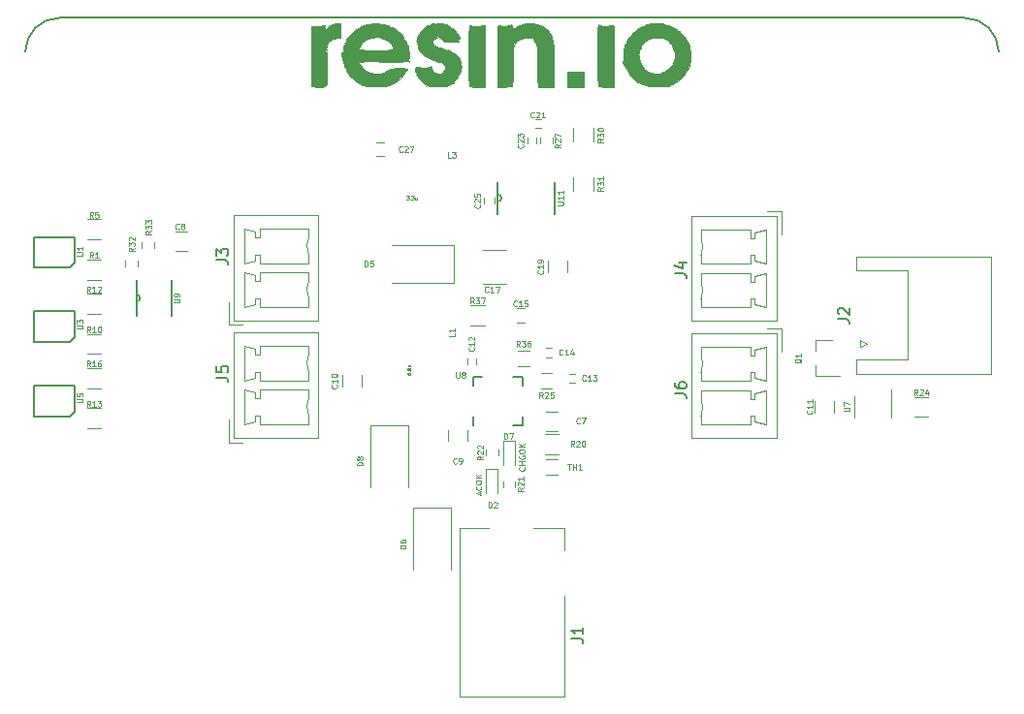
<source format=gto>
G04 #@! TF.GenerationSoftware,KiCad,Pcbnew,(2017-02-06 revision 13395d34d)-master*
G04 #@! TF.CreationDate,2017-04-12T16:15:42-03:00*
G04 #@! TF.ProjectId,resin-rover,726573696E2D726F7665722E6B696361,rev?*
G04 #@! TF.FileFunction,Legend,Top*
G04 #@! TF.FilePolarity,Positive*
%FSLAX46Y46*%
G04 Gerber Fmt 4.6, Leading zero omitted, Abs format (unit mm)*
G04 Created by KiCad (PCBNEW (2017-02-06 revision 13395d34d)-master) date Wed Apr 12 16:15:42 2017*
%MOMM*%
%LPD*%
G01*
G04 APERTURE LIST*
%ADD10C,0.100000*%
%ADD11C,0.125000*%
%ADD12C,0.150000*%
%ADD13C,0.152400*%
%ADD14C,0.120000*%
%ADD15C,0.127000*%
%ADD16C,0.010000*%
%ADD17C,0.075000*%
G04 APERTURE END LIST*
D10*
D11*
X116578571Y-94269047D02*
X116602380Y-94292857D01*
X116626190Y-94364285D01*
X116626190Y-94411904D01*
X116602380Y-94483333D01*
X116554761Y-94530952D01*
X116507142Y-94554761D01*
X116411904Y-94578571D01*
X116340476Y-94578571D01*
X116245238Y-94554761D01*
X116197619Y-94530952D01*
X116150000Y-94483333D01*
X116126190Y-94411904D01*
X116126190Y-94364285D01*
X116150000Y-94292857D01*
X116173809Y-94269047D01*
X116626190Y-94054761D02*
X116126190Y-94054761D01*
X116364285Y-94054761D02*
X116364285Y-93769047D01*
X116626190Y-93769047D02*
X116126190Y-93769047D01*
X116150000Y-93269047D02*
X116126190Y-93316666D01*
X116126190Y-93388095D01*
X116150000Y-93459523D01*
X116197619Y-93507142D01*
X116245238Y-93530952D01*
X116340476Y-93554761D01*
X116411904Y-93554761D01*
X116507142Y-93530952D01*
X116554761Y-93507142D01*
X116602380Y-93459523D01*
X116626190Y-93388095D01*
X116626190Y-93340476D01*
X116602380Y-93269047D01*
X116578571Y-93245238D01*
X116411904Y-93245238D01*
X116411904Y-93340476D01*
X116126190Y-92935714D02*
X116126190Y-92840476D01*
X116150000Y-92792857D01*
X116197619Y-92745238D01*
X116292857Y-92721428D01*
X116459523Y-92721428D01*
X116554761Y-92745238D01*
X116602380Y-92792857D01*
X116626190Y-92840476D01*
X116626190Y-92935714D01*
X116602380Y-92983333D01*
X116554761Y-93030952D01*
X116459523Y-93054761D01*
X116292857Y-93054761D01*
X116197619Y-93030952D01*
X116150000Y-92983333D01*
X116126190Y-92935714D01*
X116626190Y-92507142D02*
X116126190Y-92507142D01*
X116626190Y-92221428D02*
X116340476Y-92435714D01*
X116126190Y-92221428D02*
X116411904Y-92507142D01*
X112683333Y-96680952D02*
X112683333Y-96442857D01*
X112826190Y-96728571D02*
X112326190Y-96561904D01*
X112826190Y-96395238D01*
X112778571Y-95942857D02*
X112802380Y-95966666D01*
X112826190Y-96038095D01*
X112826190Y-96085714D01*
X112802380Y-96157142D01*
X112754761Y-96204761D01*
X112707142Y-96228571D01*
X112611904Y-96252380D01*
X112540476Y-96252380D01*
X112445238Y-96228571D01*
X112397619Y-96204761D01*
X112350000Y-96157142D01*
X112326190Y-96085714D01*
X112326190Y-96038095D01*
X112350000Y-95966666D01*
X112373809Y-95942857D01*
X112326190Y-95633333D02*
X112326190Y-95538095D01*
X112350000Y-95490476D01*
X112397619Y-95442857D01*
X112492857Y-95419047D01*
X112659523Y-95419047D01*
X112754761Y-95442857D01*
X112802380Y-95490476D01*
X112826190Y-95538095D01*
X112826190Y-95633333D01*
X112802380Y-95680952D01*
X112754761Y-95728571D01*
X112659523Y-95752380D01*
X112492857Y-95752380D01*
X112397619Y-95728571D01*
X112350000Y-95680952D01*
X112326190Y-95633333D01*
X112826190Y-95204761D02*
X112326190Y-95204761D01*
X112826190Y-94919047D02*
X112540476Y-95133333D01*
X112326190Y-94919047D02*
X112611904Y-95204761D01*
D12*
X76000000Y-55000000D02*
G75*
G03X73000000Y-58000000I0J-3000000D01*
G01*
X158000000Y-58000000D02*
G75*
G03X155000000Y-55000000I-3000000J0D01*
G01*
X155000000Y-55000000D02*
X76000000Y-55000000D01*
D13*
X85799400Y-81049400D02*
X85799400Y-77950600D01*
X82700600Y-77950600D02*
X82700600Y-79195200D01*
X82700600Y-79195200D02*
X82700600Y-79804800D01*
X82700600Y-79804800D02*
X82700600Y-81049400D01*
X82700600Y-79195200D02*
G75*
G02X82700600Y-79804800I0J-304800D01*
G01*
D14*
X118500000Y-91100000D02*
X119500000Y-91100000D01*
X119500000Y-89400000D02*
X118500000Y-89400000D01*
X86100000Y-75350000D02*
X87100000Y-75350000D01*
X87100000Y-73650000D02*
X86100000Y-73650000D01*
X109900000Y-91000000D02*
X109900000Y-92000000D01*
X111600000Y-92000000D02*
X111600000Y-91000000D01*
X102350000Y-87250000D02*
X102350000Y-86250000D01*
X100650000Y-86250000D02*
X100650000Y-87250000D01*
X141900000Y-88500000D02*
X141900000Y-89500000D01*
X143600000Y-89500000D02*
X143600000Y-88500000D01*
X111600000Y-85250000D02*
X111600000Y-84750000D01*
X112400000Y-84750000D02*
X112400000Y-85250000D01*
X121000000Y-86900000D02*
X120500000Y-86900000D01*
X120500000Y-86100000D02*
X121000000Y-86100000D01*
X119000000Y-84650000D02*
X118500000Y-84650000D01*
X118500000Y-83850000D02*
X119000000Y-83850000D01*
X115900000Y-80400000D02*
X116600000Y-80400000D01*
X116600000Y-81600000D02*
X115900000Y-81600000D01*
X113000000Y-78230000D02*
X115000000Y-78230000D01*
X115000000Y-75270000D02*
X113000000Y-75270000D01*
X120350000Y-77250000D02*
X120350000Y-76250000D01*
X118650000Y-76250000D02*
X118650000Y-77250000D01*
X117500000Y-63850000D02*
X118000000Y-63850000D01*
X118000000Y-64650000D02*
X117500000Y-64650000D01*
X116850000Y-66000000D02*
X116850000Y-65500000D01*
X117650000Y-65500000D02*
X117650000Y-66000000D01*
X113030000Y-70750000D02*
X113030000Y-71250000D01*
X113970000Y-71250000D02*
X113970000Y-70750000D01*
X104350000Y-67100000D02*
X103650000Y-67100000D01*
X103650000Y-65900000D02*
X104350000Y-65900000D01*
X114250000Y-94450000D02*
X114250000Y-96550000D01*
X113250000Y-94450000D02*
X113250000Y-96550000D01*
X114250000Y-94450000D02*
X113250000Y-94450000D01*
X110400000Y-78150000D02*
X105000000Y-78150000D01*
X110400000Y-74850000D02*
X105000000Y-74850000D01*
X110400000Y-78150000D02*
X110400000Y-74850000D01*
X110150000Y-97850000D02*
X110150000Y-103250000D01*
X106850000Y-97850000D02*
X106850000Y-103250000D01*
X110150000Y-97850000D02*
X106850000Y-97850000D01*
X115750000Y-91950000D02*
X114750000Y-91950000D01*
X114750000Y-91950000D02*
X114750000Y-94050000D01*
X115750000Y-91950000D02*
X115750000Y-94050000D01*
X106400000Y-90600000D02*
X103100000Y-90600000D01*
X103100000Y-90600000D02*
X103100000Y-96000000D01*
X106400000Y-90600000D02*
X106400000Y-96000000D01*
X110900000Y-99600000D02*
X113500000Y-99600000D01*
X110900000Y-114300000D02*
X110900000Y-99600000D01*
X120100000Y-99600000D02*
X120100000Y-101500000D01*
X117400000Y-99600000D02*
X120100000Y-99600000D01*
X120100000Y-114300000D02*
X110900000Y-114300000D01*
X120100000Y-105500000D02*
X120100000Y-114300000D01*
X97749845Y-78000353D02*
G75*
G03X97750000Y-79500000I1700155J-749647D01*
G01*
X97749845Y-74190353D02*
G75*
G03X97750000Y-75690000I1700155J-749647D01*
G01*
X91170000Y-81430000D02*
X98580000Y-81430000D01*
X98580000Y-81430000D02*
X98580000Y-72260000D01*
X98580000Y-72260000D02*
X91170000Y-72260000D01*
X91170000Y-72260000D02*
X91170000Y-81430000D01*
X97750000Y-79500000D02*
X97750000Y-80250000D01*
X97750000Y-80250000D02*
X93450000Y-80250000D01*
X93450000Y-80250000D02*
X93450000Y-79500000D01*
X93450000Y-79500000D02*
X93100000Y-79500000D01*
X93100000Y-79500000D02*
X93100000Y-80000000D01*
X93100000Y-80000000D02*
X92100000Y-80250000D01*
X92100000Y-80250000D02*
X92100000Y-77250000D01*
X92100000Y-77250000D02*
X93100000Y-77500000D01*
X93100000Y-77500000D02*
X93100000Y-78000000D01*
X93100000Y-78000000D02*
X93450000Y-78000000D01*
X93450000Y-78000000D02*
X93450000Y-77250000D01*
X93450000Y-77250000D02*
X97750000Y-77250000D01*
X97750000Y-77250000D02*
X97750000Y-78000000D01*
X97750000Y-75690000D02*
X97750000Y-76440000D01*
X97750000Y-76440000D02*
X93450000Y-76440000D01*
X93450000Y-76440000D02*
X93450000Y-75690000D01*
X93450000Y-75690000D02*
X93100000Y-75690000D01*
X93100000Y-75690000D02*
X93100000Y-76190000D01*
X93100000Y-76190000D02*
X92100000Y-76440000D01*
X92100000Y-76440000D02*
X92100000Y-73440000D01*
X92100000Y-73440000D02*
X93100000Y-73690000D01*
X93100000Y-73690000D02*
X93100000Y-74190000D01*
X93100000Y-74190000D02*
X93450000Y-74190000D01*
X93450000Y-74190000D02*
X93450000Y-73440000D01*
X93450000Y-73440000D02*
X97750000Y-73440000D01*
X97750000Y-73440000D02*
X97750000Y-74190000D01*
X92000000Y-81850000D02*
X90750000Y-81850000D01*
X90750000Y-81850000D02*
X90750000Y-79850000D01*
X132000155Y-75749647D02*
G75*
G03X132000000Y-74250000I-1700155J749647D01*
G01*
X132000155Y-79559647D02*
G75*
G03X132000000Y-78060000I-1700155J749647D01*
G01*
X138580000Y-72320000D02*
X131170000Y-72320000D01*
X131170000Y-72320000D02*
X131170000Y-81490000D01*
X131170000Y-81490000D02*
X138580000Y-81490000D01*
X138580000Y-81490000D02*
X138580000Y-72320000D01*
X132000000Y-74250000D02*
X132000000Y-73500000D01*
X132000000Y-73500000D02*
X136300000Y-73500000D01*
X136300000Y-73500000D02*
X136300000Y-74250000D01*
X136300000Y-74250000D02*
X136650000Y-74250000D01*
X136650000Y-74250000D02*
X136650000Y-73750000D01*
X136650000Y-73750000D02*
X137650000Y-73500000D01*
X137650000Y-73500000D02*
X137650000Y-76500000D01*
X137650000Y-76500000D02*
X136650000Y-76250000D01*
X136650000Y-76250000D02*
X136650000Y-75750000D01*
X136650000Y-75750000D02*
X136300000Y-75750000D01*
X136300000Y-75750000D02*
X136300000Y-76500000D01*
X136300000Y-76500000D02*
X132000000Y-76500000D01*
X132000000Y-76500000D02*
X132000000Y-75750000D01*
X132000000Y-78060000D02*
X132000000Y-77310000D01*
X132000000Y-77310000D02*
X136300000Y-77310000D01*
X136300000Y-77310000D02*
X136300000Y-78060000D01*
X136300000Y-78060000D02*
X136650000Y-78060000D01*
X136650000Y-78060000D02*
X136650000Y-77560000D01*
X136650000Y-77560000D02*
X137650000Y-77310000D01*
X137650000Y-77310000D02*
X137650000Y-80310000D01*
X137650000Y-80310000D02*
X136650000Y-80060000D01*
X136650000Y-80060000D02*
X136650000Y-79560000D01*
X136650000Y-79560000D02*
X136300000Y-79560000D01*
X136300000Y-79560000D02*
X136300000Y-80310000D01*
X136300000Y-80310000D02*
X132000000Y-80310000D01*
X132000000Y-80310000D02*
X132000000Y-79560000D01*
X137750000Y-71900000D02*
X139000000Y-71900000D01*
X139000000Y-71900000D02*
X139000000Y-73900000D01*
X90750000Y-92100000D02*
X90750000Y-90100000D01*
X92000000Y-92100000D02*
X90750000Y-92100000D01*
X97750000Y-83690000D02*
X97750000Y-84440000D01*
X93450000Y-83690000D02*
X97750000Y-83690000D01*
X93450000Y-84440000D02*
X93450000Y-83690000D01*
X93100000Y-84440000D02*
X93450000Y-84440000D01*
X93100000Y-83940000D02*
X93100000Y-84440000D01*
X92100000Y-83690000D02*
X93100000Y-83940000D01*
X92100000Y-86690000D02*
X92100000Y-83690000D01*
X93100000Y-86440000D02*
X92100000Y-86690000D01*
X93100000Y-85940000D02*
X93100000Y-86440000D01*
X93450000Y-85940000D02*
X93100000Y-85940000D01*
X93450000Y-86690000D02*
X93450000Y-85940000D01*
X97750000Y-86690000D02*
X93450000Y-86690000D01*
X97750000Y-85940000D02*
X97750000Y-86690000D01*
X97750000Y-87500000D02*
X97750000Y-88250000D01*
X93450000Y-87500000D02*
X97750000Y-87500000D01*
X93450000Y-88250000D02*
X93450000Y-87500000D01*
X93100000Y-88250000D02*
X93450000Y-88250000D01*
X93100000Y-87750000D02*
X93100000Y-88250000D01*
X92100000Y-87500000D02*
X93100000Y-87750000D01*
X92100000Y-90500000D02*
X92100000Y-87500000D01*
X93100000Y-90250000D02*
X92100000Y-90500000D01*
X93100000Y-89750000D02*
X93100000Y-90250000D01*
X93450000Y-89750000D02*
X93100000Y-89750000D01*
X93450000Y-90500000D02*
X93450000Y-89750000D01*
X97750000Y-90500000D02*
X93450000Y-90500000D01*
X97750000Y-89750000D02*
X97750000Y-90500000D01*
X91170000Y-82510000D02*
X91170000Y-91680000D01*
X98580000Y-82510000D02*
X91170000Y-82510000D01*
X98580000Y-91680000D02*
X98580000Y-82510000D01*
X91170000Y-91680000D02*
X98580000Y-91680000D01*
X97749845Y-84440353D02*
G75*
G03X97750000Y-85940000I1700155J-749647D01*
G01*
X97749845Y-88250353D02*
G75*
G03X97750000Y-89750000I1700155J-749647D01*
G01*
X139000000Y-82150000D02*
X139000000Y-84150000D01*
X137750000Y-82150000D02*
X139000000Y-82150000D01*
X132000000Y-90560000D02*
X132000000Y-89810000D01*
X136300000Y-90560000D02*
X132000000Y-90560000D01*
X136300000Y-89810000D02*
X136300000Y-90560000D01*
X136650000Y-89810000D02*
X136300000Y-89810000D01*
X136650000Y-90310000D02*
X136650000Y-89810000D01*
X137650000Y-90560000D02*
X136650000Y-90310000D01*
X137650000Y-87560000D02*
X137650000Y-90560000D01*
X136650000Y-87810000D02*
X137650000Y-87560000D01*
X136650000Y-88310000D02*
X136650000Y-87810000D01*
X136300000Y-88310000D02*
X136650000Y-88310000D01*
X136300000Y-87560000D02*
X136300000Y-88310000D01*
X132000000Y-87560000D02*
X136300000Y-87560000D01*
X132000000Y-88310000D02*
X132000000Y-87560000D01*
X132000000Y-86750000D02*
X132000000Y-86000000D01*
X136300000Y-86750000D02*
X132000000Y-86750000D01*
X136300000Y-86000000D02*
X136300000Y-86750000D01*
X136650000Y-86000000D02*
X136300000Y-86000000D01*
X136650000Y-86500000D02*
X136650000Y-86000000D01*
X137650000Y-86750000D02*
X136650000Y-86500000D01*
X137650000Y-83750000D02*
X137650000Y-86750000D01*
X136650000Y-84000000D02*
X137650000Y-83750000D01*
X136650000Y-84500000D02*
X136650000Y-84000000D01*
X136300000Y-84500000D02*
X136650000Y-84500000D01*
X136300000Y-83750000D02*
X136300000Y-84500000D01*
X132000000Y-83750000D02*
X136300000Y-83750000D01*
X132000000Y-84500000D02*
X132000000Y-83750000D01*
X138580000Y-91740000D02*
X138580000Y-82570000D01*
X131170000Y-91740000D02*
X138580000Y-91740000D01*
X131170000Y-82570000D02*
X131170000Y-91740000D01*
X138580000Y-82570000D02*
X131170000Y-82570000D01*
X132000155Y-89809647D02*
G75*
G03X132000000Y-88310000I-1700155J749647D01*
G01*
X132000155Y-85999647D02*
G75*
G03X132000000Y-84500000I-1700155J749647D01*
G01*
X141990000Y-83170000D02*
X143450000Y-83170000D01*
X141990000Y-86330000D02*
X144150000Y-86330000D01*
X141990000Y-86330000D02*
X141990000Y-85400000D01*
X141990000Y-83170000D02*
X141990000Y-84100000D01*
X78400000Y-76120000D02*
X79600000Y-76120000D01*
X79600000Y-77880000D02*
X78400000Y-77880000D01*
X79600000Y-74380000D02*
X78400000Y-74380000D01*
X78400000Y-72620000D02*
X79600000Y-72620000D01*
X78400000Y-82620000D02*
X79600000Y-82620000D01*
X79600000Y-84380000D02*
X78400000Y-84380000D01*
X79600000Y-80880000D02*
X78400000Y-80880000D01*
X78400000Y-79120000D02*
X79600000Y-79120000D01*
X78400000Y-89120000D02*
X79600000Y-89120000D01*
X79600000Y-90880000D02*
X78400000Y-90880000D01*
X79600000Y-87380000D02*
X78400000Y-87380000D01*
X78400000Y-85620000D02*
X79600000Y-85620000D01*
X118400000Y-91370000D02*
X119600000Y-91370000D01*
X119600000Y-93130000D02*
X118400000Y-93130000D01*
X115780000Y-96000000D02*
X115780000Y-95500000D01*
X114720000Y-95500000D02*
X114720000Y-96000000D01*
X113220000Y-92750000D02*
X113220000Y-93250000D01*
X114280000Y-93250000D02*
X114280000Y-92750000D01*
X151850000Y-89880000D02*
X150650000Y-89880000D01*
X150650000Y-88120000D02*
X151850000Y-88120000D01*
X118000000Y-86070000D02*
X119000000Y-86070000D01*
X119000000Y-87430000D02*
X118000000Y-87430000D01*
X119030000Y-66000000D02*
X119030000Y-65500000D01*
X117970000Y-65500000D02*
X117970000Y-66000000D01*
X120870000Y-65850000D02*
X120870000Y-64650000D01*
X122630000Y-64650000D02*
X122630000Y-65850000D01*
X122630000Y-68900000D02*
X122630000Y-70100000D01*
X120870000Y-70100000D02*
X120870000Y-68900000D01*
X81720000Y-76250000D02*
X81720000Y-76750000D01*
X82780000Y-76750000D02*
X82780000Y-76250000D01*
X83170000Y-74650000D02*
X83170000Y-75150000D01*
X84230000Y-75150000D02*
X84230000Y-74650000D01*
X117000000Y-85430000D02*
X116000000Y-85430000D01*
X116000000Y-84070000D02*
X117000000Y-84070000D01*
X113100000Y-81880000D02*
X111900000Y-81880000D01*
X111900000Y-80120000D02*
X113100000Y-80120000D01*
X118500000Y-93570000D02*
X119500000Y-93570000D01*
X119500000Y-94930000D02*
X118500000Y-94930000D01*
D15*
X73750000Y-76850000D02*
X73750000Y-74150000D01*
X73750000Y-74150000D02*
X77350000Y-74150000D01*
X77350000Y-76400000D02*
X77350000Y-74150000D01*
X73750000Y-76850000D02*
X76900000Y-76850000D01*
X77350000Y-76400000D02*
X76900000Y-76850000D01*
X73750000Y-83350000D02*
X73750000Y-80650000D01*
X73750000Y-80650000D02*
X77350000Y-80650000D01*
X77350000Y-82900000D02*
X77350000Y-80650000D01*
X73750000Y-83350000D02*
X76900000Y-83350000D01*
X77350000Y-82900000D02*
X76900000Y-83350000D01*
X77350000Y-89400000D02*
X76900000Y-89850000D01*
X73750000Y-89850000D02*
X76900000Y-89850000D01*
X77350000Y-89400000D02*
X77350000Y-87150000D01*
X73750000Y-87150000D02*
X77350000Y-87150000D01*
X73750000Y-89850000D02*
X73750000Y-87150000D01*
D14*
X148610000Y-89900000D02*
X148610000Y-87450000D01*
X145390000Y-88100000D02*
X145390000Y-89900000D01*
D12*
X112100000Y-86350000D02*
X112100000Y-87125000D01*
X116400000Y-86350000D02*
X116400000Y-87125000D01*
X116400000Y-90650000D02*
X116400000Y-89875000D01*
X112100000Y-90650000D02*
X112100000Y-89875000D01*
X116400000Y-86350000D02*
X115625000Y-86350000D01*
X116400000Y-90650000D02*
X115625000Y-90650000D01*
X112100000Y-86350000D02*
X112875000Y-86350000D01*
D13*
X114260800Y-70445200D02*
G75*
G02X114260800Y-71054800I0J-304800D01*
G01*
X114260800Y-71054800D02*
X114260800Y-72121600D01*
X114260800Y-70445200D02*
X114260800Y-71054800D01*
X114260800Y-69378400D02*
X114260800Y-70445200D01*
X119239200Y-72121600D02*
X119239200Y-69378400D01*
D14*
X145900000Y-83200000D02*
X146500000Y-83500000D01*
X145900000Y-83800000D02*
X145900000Y-83200000D01*
X146500000Y-83500000D02*
X145900000Y-83800000D01*
X150050000Y-77100000D02*
X150050000Y-81000000D01*
X145550000Y-77100000D02*
X150050000Y-77100000D01*
X145550000Y-75900000D02*
X145550000Y-77100000D01*
X157350000Y-75900000D02*
X145550000Y-75900000D01*
X157350000Y-81000000D02*
X157350000Y-75900000D01*
X150050000Y-84900000D02*
X150050000Y-81000000D01*
X145550000Y-84900000D02*
X150050000Y-84900000D01*
X145550000Y-86100000D02*
X145550000Y-84900000D01*
X157350000Y-86100000D02*
X145550000Y-86100000D01*
X157350000Y-81000000D02*
X157350000Y-86100000D01*
D16*
G36*
X100203786Y-55471152D02*
X100487667Y-55498333D01*
X100487667Y-56768333D01*
X100233667Y-56780428D01*
X100039840Y-56794792D01*
X99937334Y-56811621D01*
X99831500Y-56820692D01*
X99768584Y-56872215D01*
X99768000Y-56881743D01*
X99700051Y-56966808D01*
X99575680Y-57040446D01*
X99406834Y-57203782D01*
X99363918Y-57362975D01*
X99315129Y-57581788D01*
X99246560Y-57715860D01*
X99192568Y-57846300D01*
X99246655Y-57931854D01*
X99287837Y-58051977D01*
X99317413Y-58322037D01*
X99335740Y-58747885D01*
X99343177Y-59335371D01*
X99343370Y-59515766D01*
X99338543Y-60111639D01*
X99325247Y-60538399D01*
X99303482Y-60796056D01*
X99273248Y-60884620D01*
X99260000Y-60874666D01*
X99194387Y-60796831D01*
X99176904Y-60876852D01*
X99176630Y-60895833D01*
X99155175Y-60972645D01*
X99069338Y-61015453D01*
X98884379Y-61031779D01*
X98565562Y-61029147D01*
X98561500Y-61029048D01*
X97947667Y-61014097D01*
X98540334Y-60959333D01*
X99133000Y-60904568D01*
X98540334Y-60889617D01*
X97947667Y-60874666D01*
X97947667Y-55710000D01*
X98427575Y-55710000D01*
X98719809Y-55700465D01*
X98957890Y-55675959D01*
X99053001Y-55654160D01*
X99149503Y-55640895D01*
X99173883Y-55731563D01*
X99159162Y-55866465D01*
X99119807Y-56134610D01*
X99120976Y-56133333D01*
X100389132Y-56133333D01*
X100392809Y-56387728D01*
X100402609Y-56514394D01*
X100416682Y-56495662D01*
X100422344Y-56450833D01*
X100436044Y-56132915D01*
X100422344Y-55815833D01*
X100407200Y-55741365D01*
X100395675Y-55818553D01*
X100389619Y-56029728D01*
X100389132Y-56133333D01*
X99120976Y-56133333D01*
X99401003Y-55827615D01*
X99621649Y-55624655D01*
X99795058Y-55558272D01*
X99852217Y-55565081D01*
X99968139Y-55570058D01*
X99971070Y-55526756D01*
X100005550Y-55476099D01*
X100175113Y-55468719D01*
X100203786Y-55471152D01*
X100203786Y-55471152D01*
G37*
X100203786Y-55471152D02*
X100487667Y-55498333D01*
X100487667Y-56768333D01*
X100233667Y-56780428D01*
X100039840Y-56794792D01*
X99937334Y-56811621D01*
X99831500Y-56820692D01*
X99768584Y-56872215D01*
X99768000Y-56881743D01*
X99700051Y-56966808D01*
X99575680Y-57040446D01*
X99406834Y-57203782D01*
X99363918Y-57362975D01*
X99315129Y-57581788D01*
X99246560Y-57715860D01*
X99192568Y-57846300D01*
X99246655Y-57931854D01*
X99287837Y-58051977D01*
X99317413Y-58322037D01*
X99335740Y-58747885D01*
X99343177Y-59335371D01*
X99343370Y-59515766D01*
X99338543Y-60111639D01*
X99325247Y-60538399D01*
X99303482Y-60796056D01*
X99273248Y-60884620D01*
X99260000Y-60874666D01*
X99194387Y-60796831D01*
X99176904Y-60876852D01*
X99176630Y-60895833D01*
X99155175Y-60972645D01*
X99069338Y-61015453D01*
X98884379Y-61031779D01*
X98565562Y-61029147D01*
X98561500Y-61029048D01*
X97947667Y-61014097D01*
X98540334Y-60959333D01*
X99133000Y-60904568D01*
X98540334Y-60889617D01*
X97947667Y-60874666D01*
X97947667Y-55710000D01*
X98427575Y-55710000D01*
X98719809Y-55700465D01*
X98957890Y-55675959D01*
X99053001Y-55654160D01*
X99149503Y-55640895D01*
X99173883Y-55731563D01*
X99159162Y-55866465D01*
X99119807Y-56134610D01*
X99120976Y-56133333D01*
X100389132Y-56133333D01*
X100392809Y-56387728D01*
X100402609Y-56514394D01*
X100416682Y-56495662D01*
X100422344Y-56450833D01*
X100436044Y-56132915D01*
X100422344Y-55815833D01*
X100407200Y-55741365D01*
X100395675Y-55818553D01*
X100389619Y-56029728D01*
X100389132Y-56133333D01*
X99120976Y-56133333D01*
X99401003Y-55827615D01*
X99621649Y-55624655D01*
X99795058Y-55558272D01*
X99852217Y-55565081D01*
X99968139Y-55570058D01*
X99971070Y-55526756D01*
X100005550Y-55476099D01*
X100175113Y-55468719D01*
X100203786Y-55471152D01*
G36*
X103895729Y-55491133D02*
X104025691Y-55530998D01*
X104029494Y-55563598D01*
X104051299Y-55613441D01*
X104200372Y-55593734D01*
X104374622Y-55578878D01*
X104424667Y-55629425D01*
X104490473Y-55682985D01*
X104594000Y-55667666D01*
X104730351Y-55659569D01*
X104763334Y-55704294D01*
X104834359Y-55777152D01*
X104936515Y-55794666D01*
X105112176Y-55852059D01*
X105306314Y-55991696D01*
X105321364Y-56006333D01*
X105479426Y-56147696D01*
X105589326Y-56216670D01*
X105597926Y-56217999D01*
X105681858Y-56277589D01*
X105807279Y-56418508D01*
X105930483Y-56583978D01*
X106007762Y-56717223D01*
X106013806Y-56758232D01*
X106046255Y-56838590D01*
X106139352Y-56956815D01*
X106230580Y-57096995D01*
X106231074Y-57177370D01*
X106236895Y-57230441D01*
X106264778Y-57233999D01*
X106337756Y-57310303D01*
X106411108Y-57506572D01*
X106473504Y-57773842D01*
X106513611Y-58063151D01*
X106520098Y-58325535D01*
X106519506Y-58334666D01*
X106506373Y-58488808D01*
X106478089Y-58608503D01*
X106415467Y-58697834D01*
X106299321Y-58760882D01*
X106110465Y-58801727D01*
X105829714Y-58824451D01*
X105437880Y-58833135D01*
X104915779Y-58831860D01*
X104244223Y-58824708D01*
X104217233Y-58824395D01*
X103565048Y-58817933D01*
X103063470Y-58816174D01*
X102693813Y-58820055D01*
X102437392Y-58830511D01*
X102275523Y-58848477D01*
X102189520Y-58874888D01*
X102160699Y-58910681D01*
X102160914Y-58927333D01*
X102233883Y-59106946D01*
X102265667Y-59149792D01*
X102378970Y-59292410D01*
X102474858Y-59424959D01*
X102609667Y-59561747D01*
X102712688Y-59604666D01*
X102785336Y-59650562D01*
X102774266Y-59688363D01*
X102787894Y-59736475D01*
X102853936Y-59721638D01*
X102965529Y-59719457D01*
X102985334Y-59757015D01*
X103053136Y-59805885D01*
X103167906Y-59795069D01*
X103290367Y-59785964D01*
X103302962Y-59824163D01*
X103351787Y-59866262D01*
X103528053Y-59894135D01*
X103712806Y-59901000D01*
X103965303Y-59889197D01*
X104131517Y-59858803D01*
X104170417Y-59830444D01*
X104231447Y-59785066D01*
X104266505Y-59791835D01*
X104387734Y-59761905D01*
X104433743Y-59731666D01*
X104509334Y-59731666D01*
X104551667Y-59774000D01*
X104594000Y-59731666D01*
X104551667Y-59689333D01*
X104509334Y-59731666D01*
X104433743Y-59731666D01*
X104562523Y-59647029D01*
X104595433Y-59619248D01*
X104726212Y-59520107D01*
X104872309Y-59458098D01*
X105077479Y-59423842D01*
X105385474Y-59407961D01*
X105600289Y-59403858D01*
X106001288Y-59406061D01*
X106249816Y-59427503D01*
X106361841Y-59470060D01*
X106372028Y-59494626D01*
X106306798Y-59616690D01*
X106223834Y-59682551D01*
X106131094Y-59751932D01*
X106138607Y-59771425D01*
X106133284Y-59828894D01*
X106039751Y-59967418D01*
X106011607Y-60002129D01*
X105768746Y-60272995D01*
X105542354Y-60489111D01*
X105362113Y-60624841D01*
X105257703Y-60654550D01*
X105256817Y-60654028D01*
X105191331Y-60674361D01*
X105186667Y-60705333D01*
X105135092Y-60760545D01*
X105102000Y-60747666D01*
X105024107Y-60757188D01*
X105017334Y-60790000D01*
X104967318Y-60847167D01*
X104938517Y-60835949D01*
X104829946Y-60846869D01*
X104805667Y-60874666D01*
X104704260Y-60924941D01*
X104672817Y-60913384D01*
X104598857Y-60919965D01*
X104594000Y-60944479D01*
X104516138Y-60979956D01*
X104308798Y-61002998D01*
X104011355Y-61013962D01*
X103663180Y-61013205D01*
X103303646Y-61001085D01*
X102972126Y-60977958D01*
X102707993Y-60944183D01*
X102625500Y-60926619D01*
X102422948Y-60857128D01*
X102314004Y-60786075D01*
X102308000Y-60770070D01*
X102255244Y-60733486D01*
X102223334Y-60747666D01*
X102145440Y-60738144D01*
X102138667Y-60705333D01*
X102094779Y-60644025D01*
X102070536Y-60652780D01*
X101975725Y-60622360D01*
X101804741Y-60497505D01*
X101593143Y-60311019D01*
X101376490Y-60095707D01*
X101190340Y-59884371D01*
X101095003Y-59752833D01*
X101012716Y-59595730D01*
X101004922Y-59520996D01*
X101009897Y-59520000D01*
X101000620Y-59479505D01*
X100914248Y-59405844D01*
X100813451Y-59276340D01*
X100820687Y-59190468D01*
X100826883Y-59048097D01*
X100784000Y-58969666D01*
X100725608Y-58826714D01*
X100739375Y-58761708D01*
X100734467Y-58681127D01*
X100701351Y-58673333D01*
X100652889Y-58626792D01*
X100704802Y-58493782D01*
X100756164Y-58370042D01*
X100707781Y-58371779D01*
X100636317Y-58350127D01*
X100614667Y-58207666D01*
X100699334Y-58207666D01*
X100741667Y-58250000D01*
X100784000Y-58207666D01*
X100741667Y-58165333D01*
X100699334Y-58207666D01*
X100614667Y-58207666D01*
X100638371Y-58061193D01*
X100689917Y-58032513D01*
X100729943Y-57992367D01*
X100731434Y-57833572D01*
X100726881Y-57794926D01*
X100727815Y-57776521D01*
X102054000Y-57776521D01*
X102134219Y-57792515D01*
X102357094Y-57806400D01*
X102695953Y-57817302D01*
X103124122Y-57824345D01*
X103582997Y-57826666D01*
X104125907Y-57822521D01*
X104560453Y-57810675D01*
X104870065Y-57792009D01*
X105038176Y-57767407D01*
X105063283Y-57747850D01*
X105073152Y-57638714D01*
X105097279Y-57617917D01*
X105119007Y-57523593D01*
X105032060Y-57370737D01*
X104869951Y-57192777D01*
X104666190Y-57023145D01*
X104454289Y-56895269D01*
X104327820Y-56850324D01*
X104167058Y-56796369D01*
X104119132Y-56740926D01*
X104119516Y-56740277D01*
X104067694Y-56710841D01*
X103899685Y-56698116D01*
X103667657Y-56700640D01*
X103423779Y-56716953D01*
X103220221Y-56745593D01*
X103140112Y-56767700D01*
X102933215Y-56829786D01*
X102858175Y-56844312D01*
X102690340Y-56929658D01*
X102641193Y-56985958D01*
X102576704Y-57053674D01*
X102563297Y-57033133D01*
X102510608Y-57016467D01*
X102435932Y-57063892D01*
X102349457Y-57178763D01*
X102350112Y-57233641D01*
X102331187Y-57337907D01*
X102230428Y-57501943D01*
X102222180Y-57512569D01*
X102105618Y-57674835D01*
X102054130Y-57774378D01*
X102054000Y-57776521D01*
X100727815Y-57776521D01*
X100741149Y-57513852D01*
X100816933Y-57382495D01*
X100898191Y-57259943D01*
X100892857Y-57201746D01*
X100904520Y-57153135D01*
X100936565Y-57149333D01*
X100997172Y-57088593D01*
X100987322Y-57031117D01*
X101015668Y-56901722D01*
X101135818Y-56777117D01*
X101249936Y-56681238D01*
X101252163Y-56641333D01*
X101252130Y-56641333D01*
X101247623Y-56596268D01*
X101346806Y-56479933D01*
X101516395Y-56320619D01*
X101723107Y-56146617D01*
X101907255Y-56006333D01*
X105186667Y-56006333D01*
X105229000Y-56048666D01*
X105271334Y-56006333D01*
X105229000Y-55964000D01*
X105186667Y-56006333D01*
X101907255Y-56006333D01*
X101933660Y-55986218D01*
X102114769Y-55867712D01*
X102215887Y-55822133D01*
X102399095Y-55754401D01*
X102487050Y-55689327D01*
X102597723Y-55636077D01*
X102809292Y-55601036D01*
X102881043Y-55596530D01*
X103085577Y-55576737D01*
X103188005Y-55543363D01*
X103190370Y-55530083D01*
X103248016Y-55501209D01*
X103430926Y-55481989D01*
X103620334Y-55477166D01*
X103895729Y-55491133D01*
X103895729Y-55491133D01*
G37*
X103895729Y-55491133D02*
X104025691Y-55530998D01*
X104029494Y-55563598D01*
X104051299Y-55613441D01*
X104200372Y-55593734D01*
X104374622Y-55578878D01*
X104424667Y-55629425D01*
X104490473Y-55682985D01*
X104594000Y-55667666D01*
X104730351Y-55659569D01*
X104763334Y-55704294D01*
X104834359Y-55777152D01*
X104936515Y-55794666D01*
X105112176Y-55852059D01*
X105306314Y-55991696D01*
X105321364Y-56006333D01*
X105479426Y-56147696D01*
X105589326Y-56216670D01*
X105597926Y-56217999D01*
X105681858Y-56277589D01*
X105807279Y-56418508D01*
X105930483Y-56583978D01*
X106007762Y-56717223D01*
X106013806Y-56758232D01*
X106046255Y-56838590D01*
X106139352Y-56956815D01*
X106230580Y-57096995D01*
X106231074Y-57177370D01*
X106236895Y-57230441D01*
X106264778Y-57233999D01*
X106337756Y-57310303D01*
X106411108Y-57506572D01*
X106473504Y-57773842D01*
X106513611Y-58063151D01*
X106520098Y-58325535D01*
X106519506Y-58334666D01*
X106506373Y-58488808D01*
X106478089Y-58608503D01*
X106415467Y-58697834D01*
X106299321Y-58760882D01*
X106110465Y-58801727D01*
X105829714Y-58824451D01*
X105437880Y-58833135D01*
X104915779Y-58831860D01*
X104244223Y-58824708D01*
X104217233Y-58824395D01*
X103565048Y-58817933D01*
X103063470Y-58816174D01*
X102693813Y-58820055D01*
X102437392Y-58830511D01*
X102275523Y-58848477D01*
X102189520Y-58874888D01*
X102160699Y-58910681D01*
X102160914Y-58927333D01*
X102233883Y-59106946D01*
X102265667Y-59149792D01*
X102378970Y-59292410D01*
X102474858Y-59424959D01*
X102609667Y-59561747D01*
X102712688Y-59604666D01*
X102785336Y-59650562D01*
X102774266Y-59688363D01*
X102787894Y-59736475D01*
X102853936Y-59721638D01*
X102965529Y-59719457D01*
X102985334Y-59757015D01*
X103053136Y-59805885D01*
X103167906Y-59795069D01*
X103290367Y-59785964D01*
X103302962Y-59824163D01*
X103351787Y-59866262D01*
X103528053Y-59894135D01*
X103712806Y-59901000D01*
X103965303Y-59889197D01*
X104131517Y-59858803D01*
X104170417Y-59830444D01*
X104231447Y-59785066D01*
X104266505Y-59791835D01*
X104387734Y-59761905D01*
X104433743Y-59731666D01*
X104509334Y-59731666D01*
X104551667Y-59774000D01*
X104594000Y-59731666D01*
X104551667Y-59689333D01*
X104509334Y-59731666D01*
X104433743Y-59731666D01*
X104562523Y-59647029D01*
X104595433Y-59619248D01*
X104726212Y-59520107D01*
X104872309Y-59458098D01*
X105077479Y-59423842D01*
X105385474Y-59407961D01*
X105600289Y-59403858D01*
X106001288Y-59406061D01*
X106249816Y-59427503D01*
X106361841Y-59470060D01*
X106372028Y-59494626D01*
X106306798Y-59616690D01*
X106223834Y-59682551D01*
X106131094Y-59751932D01*
X106138607Y-59771425D01*
X106133284Y-59828894D01*
X106039751Y-59967418D01*
X106011607Y-60002129D01*
X105768746Y-60272995D01*
X105542354Y-60489111D01*
X105362113Y-60624841D01*
X105257703Y-60654550D01*
X105256817Y-60654028D01*
X105191331Y-60674361D01*
X105186667Y-60705333D01*
X105135092Y-60760545D01*
X105102000Y-60747666D01*
X105024107Y-60757188D01*
X105017334Y-60790000D01*
X104967318Y-60847167D01*
X104938517Y-60835949D01*
X104829946Y-60846869D01*
X104805667Y-60874666D01*
X104704260Y-60924941D01*
X104672817Y-60913384D01*
X104598857Y-60919965D01*
X104594000Y-60944479D01*
X104516138Y-60979956D01*
X104308798Y-61002998D01*
X104011355Y-61013962D01*
X103663180Y-61013205D01*
X103303646Y-61001085D01*
X102972126Y-60977958D01*
X102707993Y-60944183D01*
X102625500Y-60926619D01*
X102422948Y-60857128D01*
X102314004Y-60786075D01*
X102308000Y-60770070D01*
X102255244Y-60733486D01*
X102223334Y-60747666D01*
X102145440Y-60738144D01*
X102138667Y-60705333D01*
X102094779Y-60644025D01*
X102070536Y-60652780D01*
X101975725Y-60622360D01*
X101804741Y-60497505D01*
X101593143Y-60311019D01*
X101376490Y-60095707D01*
X101190340Y-59884371D01*
X101095003Y-59752833D01*
X101012716Y-59595730D01*
X101004922Y-59520996D01*
X101009897Y-59520000D01*
X101000620Y-59479505D01*
X100914248Y-59405844D01*
X100813451Y-59276340D01*
X100820687Y-59190468D01*
X100826883Y-59048097D01*
X100784000Y-58969666D01*
X100725608Y-58826714D01*
X100739375Y-58761708D01*
X100734467Y-58681127D01*
X100701351Y-58673333D01*
X100652889Y-58626792D01*
X100704802Y-58493782D01*
X100756164Y-58370042D01*
X100707781Y-58371779D01*
X100636317Y-58350127D01*
X100614667Y-58207666D01*
X100699334Y-58207666D01*
X100741667Y-58250000D01*
X100784000Y-58207666D01*
X100741667Y-58165333D01*
X100699334Y-58207666D01*
X100614667Y-58207666D01*
X100638371Y-58061193D01*
X100689917Y-58032513D01*
X100729943Y-57992367D01*
X100731434Y-57833572D01*
X100726881Y-57794926D01*
X100727815Y-57776521D01*
X102054000Y-57776521D01*
X102134219Y-57792515D01*
X102357094Y-57806400D01*
X102695953Y-57817302D01*
X103124122Y-57824345D01*
X103582997Y-57826666D01*
X104125907Y-57822521D01*
X104560453Y-57810675D01*
X104870065Y-57792009D01*
X105038176Y-57767407D01*
X105063283Y-57747850D01*
X105073152Y-57638714D01*
X105097279Y-57617917D01*
X105119007Y-57523593D01*
X105032060Y-57370737D01*
X104869951Y-57192777D01*
X104666190Y-57023145D01*
X104454289Y-56895269D01*
X104327820Y-56850324D01*
X104167058Y-56796369D01*
X104119132Y-56740926D01*
X104119516Y-56740277D01*
X104067694Y-56710841D01*
X103899685Y-56698116D01*
X103667657Y-56700640D01*
X103423779Y-56716953D01*
X103220221Y-56745593D01*
X103140112Y-56767700D01*
X102933215Y-56829786D01*
X102858175Y-56844312D01*
X102690340Y-56929658D01*
X102641193Y-56985958D01*
X102576704Y-57053674D01*
X102563297Y-57033133D01*
X102510608Y-57016467D01*
X102435932Y-57063892D01*
X102349457Y-57178763D01*
X102350112Y-57233641D01*
X102331187Y-57337907D01*
X102230428Y-57501943D01*
X102222180Y-57512569D01*
X102105618Y-57674835D01*
X102054130Y-57774378D01*
X102054000Y-57776521D01*
X100727815Y-57776521D01*
X100741149Y-57513852D01*
X100816933Y-57382495D01*
X100898191Y-57259943D01*
X100892857Y-57201746D01*
X100904520Y-57153135D01*
X100936565Y-57149333D01*
X100997172Y-57088593D01*
X100987322Y-57031117D01*
X101015668Y-56901722D01*
X101135818Y-56777117D01*
X101249936Y-56681238D01*
X101252163Y-56641333D01*
X101252130Y-56641333D01*
X101247623Y-56596268D01*
X101346806Y-56479933D01*
X101516395Y-56320619D01*
X101723107Y-56146617D01*
X101907255Y-56006333D01*
X105186667Y-56006333D01*
X105229000Y-56048666D01*
X105271334Y-56006333D01*
X105229000Y-55964000D01*
X105186667Y-56006333D01*
X101907255Y-56006333D01*
X101933660Y-55986218D01*
X102114769Y-55867712D01*
X102215887Y-55822133D01*
X102399095Y-55754401D01*
X102487050Y-55689327D01*
X102597723Y-55636077D01*
X102809292Y-55601036D01*
X102881043Y-55596530D01*
X103085577Y-55576737D01*
X103188005Y-55543363D01*
X103190370Y-55530083D01*
X103248016Y-55501209D01*
X103430926Y-55481989D01*
X103620334Y-55477166D01*
X103895729Y-55491133D01*
G36*
X108681320Y-55514393D02*
X108658000Y-55531383D01*
X108591421Y-55606810D01*
X108631837Y-55624036D01*
X108764050Y-55568139D01*
X108781475Y-55546371D01*
X108892891Y-55494185D01*
X109085772Y-55476348D01*
X109276311Y-55493435D01*
X109378665Y-55542282D01*
X109479897Y-55573748D01*
X109628593Y-55561976D01*
X109822470Y-55573801D01*
X109893486Y-55657511D01*
X109973104Y-55750741D01*
X110021539Y-55746850D01*
X110092913Y-55762299D01*
X110097334Y-55789669D01*
X110164666Y-55871799D01*
X110209575Y-55879333D01*
X110343119Y-55936541D01*
X110501867Y-56070988D01*
X110616295Y-56221932D01*
X110731969Y-56418262D01*
X110829573Y-56618092D01*
X110889795Y-56779532D01*
X110893320Y-56860695D01*
X110863680Y-56855686D01*
X110785549Y-56847930D01*
X110789020Y-56931205D01*
X110855258Y-57026566D01*
X110821962Y-57066853D01*
X110632648Y-57089253D01*
X110299823Y-57092428D01*
X110248913Y-57091411D01*
X109897127Y-57078030D01*
X109670282Y-57049846D01*
X109524021Y-56995582D01*
X109413989Y-56903962D01*
X109385155Y-56871840D01*
X109225506Y-56739555D01*
X109084596Y-56702294D01*
X109081334Y-56703120D01*
X108801225Y-56813045D01*
X108598450Y-56953196D01*
X108535508Y-57041116D01*
X108538500Y-57174776D01*
X108603961Y-57324148D01*
X108695114Y-57428449D01*
X108771428Y-57431016D01*
X108824970Y-57434723D01*
X108827334Y-57455422D01*
X108900489Y-57520285D01*
X109055424Y-57554611D01*
X109241134Y-57589799D01*
X109330591Y-57636577D01*
X109444907Y-57701934D01*
X109547000Y-57728878D01*
X109752825Y-57802156D01*
X109838419Y-57855878D01*
X109921111Y-57910496D01*
X109894883Y-57844648D01*
X109892561Y-57840775D01*
X109904539Y-57803205D01*
X110017607Y-57843547D01*
X110196092Y-57939870D01*
X110404321Y-58070241D01*
X110606618Y-58212727D01*
X110767311Y-58345396D01*
X110836059Y-58420850D01*
X110924368Y-58629090D01*
X110974834Y-58904918D01*
X110978503Y-58973707D01*
X110995494Y-59169218D01*
X111029489Y-59249307D01*
X111048537Y-59236688D01*
X111100008Y-59208453D01*
X111112037Y-59287166D01*
X111072476Y-59412753D01*
X111027011Y-59435333D01*
X110974876Y-59505483D01*
X110977900Y-59640542D01*
X110962120Y-59828538D01*
X110890917Y-59893409D01*
X110794773Y-59998344D01*
X110791862Y-60060146D01*
X110765551Y-60145884D01*
X110732334Y-60112666D01*
X110690000Y-60155000D01*
X110732334Y-60197333D01*
X110757479Y-60172188D01*
X110751462Y-60191796D01*
X110619579Y-60361689D01*
X110589392Y-60391060D01*
X110454192Y-60540612D01*
X110407650Y-60642611D01*
X110413003Y-60654114D01*
X110390958Y-60697226D01*
X110323111Y-60705333D01*
X110201735Y-60751401D01*
X110182000Y-60799058D01*
X110120071Y-60854753D01*
X110050603Y-60842361D01*
X109961322Y-60833428D01*
X109964562Y-60865327D01*
X109926995Y-60931144D01*
X109778459Y-60982905D01*
X109541855Y-61009738D01*
X109230978Y-61021478D01*
X108898559Y-61019155D01*
X108597334Y-61003803D01*
X108380035Y-60976453D01*
X108310991Y-60954177D01*
X108146070Y-60924350D01*
X108080289Y-60939221D01*
X107996295Y-60943683D01*
X108013508Y-60890024D01*
X108017061Y-60825715D01*
X107951344Y-60839056D01*
X107841655Y-60802700D01*
X107679278Y-60670034D01*
X107504958Y-60485969D01*
X107359440Y-60295418D01*
X107283468Y-60143293D01*
X107282167Y-60101429D01*
X107238986Y-60032025D01*
X107209608Y-60028000D01*
X107151819Y-59966865D01*
X107162519Y-59906470D01*
X107156550Y-59784034D01*
X107119571Y-59755079D01*
X107043012Y-59657451D01*
X107006861Y-59514546D01*
X107001563Y-59404387D01*
X107008787Y-59393000D01*
X108319334Y-59393000D01*
X108361667Y-59435333D01*
X108404000Y-59393000D01*
X108361667Y-59350666D01*
X108319334Y-59393000D01*
X107008787Y-59393000D01*
X107039896Y-59343969D01*
X107157497Y-59322004D01*
X107390002Y-59327204D01*
X107567785Y-59336877D01*
X107955117Y-59340781D01*
X108205522Y-59302876D01*
X108274429Y-59268134D01*
X108371476Y-59222092D01*
X108431571Y-59312296D01*
X108451152Y-59382055D01*
X108556656Y-59616483D01*
X108754361Y-59765942D01*
X109080972Y-59858600D01*
X109301568Y-59887386D01*
X109421320Y-59850055D01*
X109503709Y-59721363D01*
X109520722Y-59683721D01*
X109608921Y-59528908D01*
X109677995Y-59480279D01*
X109679735Y-59481210D01*
X109707159Y-59437847D01*
X109694947Y-59309509D01*
X109619103Y-59153083D01*
X109479334Y-58998157D01*
X109325328Y-58887524D01*
X109206772Y-58863974D01*
X109190253Y-58874858D01*
X109093546Y-58869234D01*
X108915009Y-58796175D01*
X108880099Y-58777947D01*
X108664374Y-58677667D01*
X108495169Y-58625531D01*
X108485288Y-58624404D01*
X108219742Y-58549150D01*
X107924014Y-58391509D01*
X107797151Y-58292333D01*
X110605334Y-58292333D01*
X110647667Y-58334666D01*
X110690000Y-58292333D01*
X110647667Y-58250000D01*
X110605334Y-58292333D01*
X107797151Y-58292333D01*
X107675538Y-58197262D01*
X107589097Y-58094539D01*
X107488832Y-57953666D01*
X110012667Y-57953666D01*
X110055000Y-57996000D01*
X110097334Y-57953666D01*
X110055000Y-57911333D01*
X110012667Y-57953666D01*
X107488832Y-57953666D01*
X107449631Y-57898590D01*
X107335191Y-57762171D01*
X107260467Y-57595592D01*
X107260849Y-57488785D01*
X107250888Y-57328997D01*
X107209351Y-57270576D01*
X107178127Y-57172919D01*
X107218667Y-57106999D01*
X107262489Y-56983674D01*
X107227835Y-56943332D01*
X107198587Y-56853000D01*
X107218667Y-56853000D01*
X107261000Y-56895333D01*
X107303334Y-56853000D01*
X107261000Y-56810666D01*
X107218667Y-56853000D01*
X107198587Y-56853000D01*
X107188546Y-56821991D01*
X107231971Y-56639562D01*
X107253626Y-56599000D01*
X107303334Y-56599000D01*
X107345667Y-56641333D01*
X107388000Y-56599000D01*
X107345667Y-56556666D01*
X107303334Y-56599000D01*
X107253626Y-56599000D01*
X107317366Y-56479614D01*
X107404605Y-56440305D01*
X107409329Y-56442848D01*
X107458549Y-56444236D01*
X107440092Y-56403122D01*
X107457494Y-56290053D01*
X107570190Y-56116535D01*
X107638677Y-56038816D01*
X107792142Y-55893756D01*
X107885597Y-55835280D01*
X107898575Y-55845609D01*
X107934064Y-55847573D01*
X107989525Y-55769788D01*
X108126455Y-55660596D01*
X108251553Y-55673026D01*
X108372945Y-55688463D01*
X108370763Y-55667666D01*
X109758667Y-55667666D01*
X109801000Y-55710000D01*
X109843334Y-55667666D01*
X109801000Y-55625333D01*
X109758667Y-55667666D01*
X108370763Y-55667666D01*
X108367273Y-55634404D01*
X108362145Y-55549848D01*
X108392079Y-55540666D01*
X108537595Y-55516395D01*
X108629909Y-55490346D01*
X108730375Y-55465518D01*
X108681320Y-55514393D01*
X108681320Y-55514393D01*
G37*
X108681320Y-55514393D02*
X108658000Y-55531383D01*
X108591421Y-55606810D01*
X108631837Y-55624036D01*
X108764050Y-55568139D01*
X108781475Y-55546371D01*
X108892891Y-55494185D01*
X109085772Y-55476348D01*
X109276311Y-55493435D01*
X109378665Y-55542282D01*
X109479897Y-55573748D01*
X109628593Y-55561976D01*
X109822470Y-55573801D01*
X109893486Y-55657511D01*
X109973104Y-55750741D01*
X110021539Y-55746850D01*
X110092913Y-55762299D01*
X110097334Y-55789669D01*
X110164666Y-55871799D01*
X110209575Y-55879333D01*
X110343119Y-55936541D01*
X110501867Y-56070988D01*
X110616295Y-56221932D01*
X110731969Y-56418262D01*
X110829573Y-56618092D01*
X110889795Y-56779532D01*
X110893320Y-56860695D01*
X110863680Y-56855686D01*
X110785549Y-56847930D01*
X110789020Y-56931205D01*
X110855258Y-57026566D01*
X110821962Y-57066853D01*
X110632648Y-57089253D01*
X110299823Y-57092428D01*
X110248913Y-57091411D01*
X109897127Y-57078030D01*
X109670282Y-57049846D01*
X109524021Y-56995582D01*
X109413989Y-56903962D01*
X109385155Y-56871840D01*
X109225506Y-56739555D01*
X109084596Y-56702294D01*
X109081334Y-56703120D01*
X108801225Y-56813045D01*
X108598450Y-56953196D01*
X108535508Y-57041116D01*
X108538500Y-57174776D01*
X108603961Y-57324148D01*
X108695114Y-57428449D01*
X108771428Y-57431016D01*
X108824970Y-57434723D01*
X108827334Y-57455422D01*
X108900489Y-57520285D01*
X109055424Y-57554611D01*
X109241134Y-57589799D01*
X109330591Y-57636577D01*
X109444907Y-57701934D01*
X109547000Y-57728878D01*
X109752825Y-57802156D01*
X109838419Y-57855878D01*
X109921111Y-57910496D01*
X109894883Y-57844648D01*
X109892561Y-57840775D01*
X109904539Y-57803205D01*
X110017607Y-57843547D01*
X110196092Y-57939870D01*
X110404321Y-58070241D01*
X110606618Y-58212727D01*
X110767311Y-58345396D01*
X110836059Y-58420850D01*
X110924368Y-58629090D01*
X110974834Y-58904918D01*
X110978503Y-58973707D01*
X110995494Y-59169218D01*
X111029489Y-59249307D01*
X111048537Y-59236688D01*
X111100008Y-59208453D01*
X111112037Y-59287166D01*
X111072476Y-59412753D01*
X111027011Y-59435333D01*
X110974876Y-59505483D01*
X110977900Y-59640542D01*
X110962120Y-59828538D01*
X110890917Y-59893409D01*
X110794773Y-59998344D01*
X110791862Y-60060146D01*
X110765551Y-60145884D01*
X110732334Y-60112666D01*
X110690000Y-60155000D01*
X110732334Y-60197333D01*
X110757479Y-60172188D01*
X110751462Y-60191796D01*
X110619579Y-60361689D01*
X110589392Y-60391060D01*
X110454192Y-60540612D01*
X110407650Y-60642611D01*
X110413003Y-60654114D01*
X110390958Y-60697226D01*
X110323111Y-60705333D01*
X110201735Y-60751401D01*
X110182000Y-60799058D01*
X110120071Y-60854753D01*
X110050603Y-60842361D01*
X109961322Y-60833428D01*
X109964562Y-60865327D01*
X109926995Y-60931144D01*
X109778459Y-60982905D01*
X109541855Y-61009738D01*
X109230978Y-61021478D01*
X108898559Y-61019155D01*
X108597334Y-61003803D01*
X108380035Y-60976453D01*
X108310991Y-60954177D01*
X108146070Y-60924350D01*
X108080289Y-60939221D01*
X107996295Y-60943683D01*
X108013508Y-60890024D01*
X108017061Y-60825715D01*
X107951344Y-60839056D01*
X107841655Y-60802700D01*
X107679278Y-60670034D01*
X107504958Y-60485969D01*
X107359440Y-60295418D01*
X107283468Y-60143293D01*
X107282167Y-60101429D01*
X107238986Y-60032025D01*
X107209608Y-60028000D01*
X107151819Y-59966865D01*
X107162519Y-59906470D01*
X107156550Y-59784034D01*
X107119571Y-59755079D01*
X107043012Y-59657451D01*
X107006861Y-59514546D01*
X107001563Y-59404387D01*
X107008787Y-59393000D01*
X108319334Y-59393000D01*
X108361667Y-59435333D01*
X108404000Y-59393000D01*
X108361667Y-59350666D01*
X108319334Y-59393000D01*
X107008787Y-59393000D01*
X107039896Y-59343969D01*
X107157497Y-59322004D01*
X107390002Y-59327204D01*
X107567785Y-59336877D01*
X107955117Y-59340781D01*
X108205522Y-59302876D01*
X108274429Y-59268134D01*
X108371476Y-59222092D01*
X108431571Y-59312296D01*
X108451152Y-59382055D01*
X108556656Y-59616483D01*
X108754361Y-59765942D01*
X109080972Y-59858600D01*
X109301568Y-59887386D01*
X109421320Y-59850055D01*
X109503709Y-59721363D01*
X109520722Y-59683721D01*
X109608921Y-59528908D01*
X109677995Y-59480279D01*
X109679735Y-59481210D01*
X109707159Y-59437847D01*
X109694947Y-59309509D01*
X109619103Y-59153083D01*
X109479334Y-58998157D01*
X109325328Y-58887524D01*
X109206772Y-58863974D01*
X109190253Y-58874858D01*
X109093546Y-58869234D01*
X108915009Y-58796175D01*
X108880099Y-58777947D01*
X108664374Y-58677667D01*
X108495169Y-58625531D01*
X108485288Y-58624404D01*
X108219742Y-58549150D01*
X107924014Y-58391509D01*
X107797151Y-58292333D01*
X110605334Y-58292333D01*
X110647667Y-58334666D01*
X110690000Y-58292333D01*
X110647667Y-58250000D01*
X110605334Y-58292333D01*
X107797151Y-58292333D01*
X107675538Y-58197262D01*
X107589097Y-58094539D01*
X107488832Y-57953666D01*
X110012667Y-57953666D01*
X110055000Y-57996000D01*
X110097334Y-57953666D01*
X110055000Y-57911333D01*
X110012667Y-57953666D01*
X107488832Y-57953666D01*
X107449631Y-57898590D01*
X107335191Y-57762171D01*
X107260467Y-57595592D01*
X107260849Y-57488785D01*
X107250888Y-57328997D01*
X107209351Y-57270576D01*
X107178127Y-57172919D01*
X107218667Y-57106999D01*
X107262489Y-56983674D01*
X107227835Y-56943332D01*
X107198587Y-56853000D01*
X107218667Y-56853000D01*
X107261000Y-56895333D01*
X107303334Y-56853000D01*
X107261000Y-56810666D01*
X107218667Y-56853000D01*
X107198587Y-56853000D01*
X107188546Y-56821991D01*
X107231971Y-56639562D01*
X107253626Y-56599000D01*
X107303334Y-56599000D01*
X107345667Y-56641333D01*
X107388000Y-56599000D01*
X107345667Y-56556666D01*
X107303334Y-56599000D01*
X107253626Y-56599000D01*
X107317366Y-56479614D01*
X107404605Y-56440305D01*
X107409329Y-56442848D01*
X107458549Y-56444236D01*
X107440092Y-56403122D01*
X107457494Y-56290053D01*
X107570190Y-56116535D01*
X107638677Y-56038816D01*
X107792142Y-55893756D01*
X107885597Y-55835280D01*
X107898575Y-55845609D01*
X107934064Y-55847573D01*
X107989525Y-55769788D01*
X108126455Y-55660596D01*
X108251553Y-55673026D01*
X108372945Y-55688463D01*
X108370763Y-55667666D01*
X109758667Y-55667666D01*
X109801000Y-55710000D01*
X109843334Y-55667666D01*
X109801000Y-55625333D01*
X109758667Y-55667666D01*
X108370763Y-55667666D01*
X108367273Y-55634404D01*
X108362145Y-55549848D01*
X108392079Y-55540666D01*
X108537595Y-55516395D01*
X108629909Y-55490346D01*
X108730375Y-55465518D01*
X108681320Y-55514393D01*
G36*
X111875391Y-55676384D02*
X112072995Y-55704424D01*
X112403626Y-55701551D01*
X112479033Y-55698044D01*
X113103000Y-55666557D01*
X113103000Y-61044035D01*
X112460945Y-61044017D01*
X112145876Y-61037040D01*
X111900112Y-61018611D01*
X111769765Y-60992457D01*
X111762445Y-60987555D01*
X111751726Y-60912800D01*
X111991366Y-60912800D01*
X112068554Y-60924324D01*
X112279729Y-60930381D01*
X112383334Y-60930867D01*
X112637729Y-60927190D01*
X112764395Y-60917391D01*
X112745663Y-60903318D01*
X112700834Y-60897656D01*
X112382916Y-60883956D01*
X112065834Y-60897656D01*
X111991366Y-60912800D01*
X111751726Y-60912800D01*
X111748762Y-60892134D01*
X111736355Y-60647951D01*
X111725634Y-60275577D01*
X111717006Y-59795581D01*
X111710881Y-59228533D01*
X111707669Y-58595003D01*
X111707297Y-58214722D01*
X111709802Y-57523469D01*
X111716316Y-56914104D01*
X111726380Y-56402685D01*
X111739533Y-56005270D01*
X111755315Y-55737920D01*
X111773266Y-55616693D01*
X111781829Y-55613932D01*
X111875391Y-55676384D01*
X111875391Y-55676384D01*
G37*
X111875391Y-55676384D02*
X112072995Y-55704424D01*
X112403626Y-55701551D01*
X112479033Y-55698044D01*
X113103000Y-55666557D01*
X113103000Y-61044035D01*
X112460945Y-61044017D01*
X112145876Y-61037040D01*
X111900112Y-61018611D01*
X111769765Y-60992457D01*
X111762445Y-60987555D01*
X111751726Y-60912800D01*
X111991366Y-60912800D01*
X112068554Y-60924324D01*
X112279729Y-60930381D01*
X112383334Y-60930867D01*
X112637729Y-60927190D01*
X112764395Y-60917391D01*
X112745663Y-60903318D01*
X112700834Y-60897656D01*
X112382916Y-60883956D01*
X112065834Y-60897656D01*
X111991366Y-60912800D01*
X111751726Y-60912800D01*
X111748762Y-60892134D01*
X111736355Y-60647951D01*
X111725634Y-60275577D01*
X111717006Y-59795581D01*
X111710881Y-59228533D01*
X111707669Y-58595003D01*
X111707297Y-58214722D01*
X111709802Y-57523469D01*
X111716316Y-56914104D01*
X111726380Y-56402685D01*
X111739533Y-56005270D01*
X111755315Y-55737920D01*
X111773266Y-55616693D01*
X111781829Y-55613932D01*
X111875391Y-55676384D01*
G36*
X117270133Y-55486139D02*
X117455772Y-55503751D01*
X117512724Y-55529633D01*
X117561481Y-55569671D01*
X117724569Y-55592009D01*
X117728717Y-55592170D01*
X117955825Y-55651761D01*
X118107673Y-55761503D01*
X118184680Y-55837808D01*
X118182828Y-55794666D01*
X118190704Y-55760985D01*
X118281510Y-55843013D01*
X118303550Y-55867546D01*
X118423045Y-55986770D01*
X118478798Y-56009589D01*
X118479334Y-56005346D01*
X118531410Y-55998382D01*
X118605401Y-56047892D01*
X118691586Y-56163239D01*
X118690554Y-56218721D01*
X118716550Y-56301602D01*
X118764015Y-56328813D01*
X118854377Y-56429306D01*
X118958568Y-56637285D01*
X119012960Y-56784127D01*
X119059721Y-56963578D01*
X119095246Y-57194423D01*
X119120944Y-57500123D01*
X119138223Y-57904137D01*
X119148492Y-58429926D01*
X119153161Y-59100951D01*
X119153218Y-59119775D01*
X119158905Y-61044000D01*
X117809673Y-61044000D01*
X117785322Y-60914195D01*
X118059255Y-60914195D01*
X118150276Y-60925948D01*
X118370730Y-60931404D01*
X118437000Y-60931550D01*
X118677286Y-60927318D01*
X118785808Y-60916696D01*
X118745894Y-60901760D01*
X118710278Y-60897543D01*
X118411284Y-60883996D01*
X118127345Y-60897059D01*
X118117612Y-60898226D01*
X118059255Y-60914195D01*
X117785322Y-60914195D01*
X117755937Y-60757560D01*
X117740009Y-60580693D01*
X117729257Y-60268346D01*
X117724145Y-59854307D01*
X117725141Y-59372363D01*
X117730934Y-58945303D01*
X117737016Y-58407157D01*
X117733610Y-57974431D01*
X117721289Y-57664396D01*
X117700630Y-57494324D01*
X117681779Y-57467632D01*
X117641127Y-57447067D01*
X117657955Y-57374889D01*
X117670762Y-57257374D01*
X117640281Y-57234000D01*
X117584077Y-57184611D01*
X118994018Y-57184611D01*
X119009584Y-57294425D01*
X119038486Y-57295736D01*
X119058698Y-57182419D01*
X119045170Y-57133458D01*
X119007576Y-57101388D01*
X118994018Y-57184611D01*
X117584077Y-57184611D01*
X117561000Y-57164333D01*
X117470190Y-56996544D01*
X117469179Y-56994111D01*
X117395822Y-56852499D01*
X117293664Y-56770017D01*
X117120735Y-56731871D01*
X116835065Y-56723271D01*
X116704059Y-56724459D01*
X116289642Y-56800341D01*
X115946167Y-57000554D01*
X115710056Y-57301255D01*
X115667046Y-57403333D01*
X115623405Y-57626660D01*
X115590879Y-58010261D01*
X115569953Y-58545410D01*
X115561114Y-59223383D01*
X115560898Y-59308333D01*
X115555593Y-59882871D01*
X115542287Y-60355327D01*
X115521926Y-60707561D01*
X115495456Y-60921433D01*
X115473667Y-60979203D01*
X115367680Y-61003850D01*
X115154699Y-61024538D01*
X114885942Y-61039448D01*
X114612625Y-61046761D01*
X114385965Y-61044661D01*
X114257179Y-61031329D01*
X114244547Y-61022833D01*
X114243606Y-60936230D01*
X114243420Y-60914195D01*
X114503255Y-60914195D01*
X114594276Y-60925948D01*
X114814730Y-60931404D01*
X114881000Y-60931550D01*
X115121286Y-60927318D01*
X115229808Y-60916696D01*
X115189894Y-60901760D01*
X115154278Y-60897543D01*
X114855284Y-60883996D01*
X114571345Y-60897059D01*
X114561612Y-60898226D01*
X114503255Y-60914195D01*
X114243420Y-60914195D01*
X114241614Y-60700481D01*
X114238726Y-60335767D01*
X114235099Y-59862271D01*
X114230886Y-59300174D01*
X114226245Y-58669659D01*
X114223381Y-58275370D01*
X114220030Y-57481548D01*
X114222251Y-56818658D01*
X114229870Y-56294322D01*
X114242711Y-55916164D01*
X114260599Y-55691804D01*
X114283359Y-55628866D01*
X114284100Y-55629536D01*
X114414604Y-55678779D01*
X114642247Y-55704128D01*
X114905070Y-55705922D01*
X115141112Y-55684499D01*
X115288413Y-55640199D01*
X115305187Y-55623952D01*
X115392460Y-55560826D01*
X115463620Y-55628083D01*
X115494549Y-55786962D01*
X115483647Y-55910768D01*
X115460640Y-56072130D01*
X115484587Y-56083659D01*
X115521658Y-56027499D01*
X115648653Y-55904565D01*
X115731874Y-55879333D01*
X115841819Y-55832258D01*
X115854667Y-55794666D01*
X115925356Y-55725194D01*
X116019003Y-55710000D01*
X116181541Y-55670452D01*
X116236520Y-55623952D01*
X116337989Y-55575110D01*
X116368517Y-55586615D01*
X116442598Y-55583247D01*
X116447334Y-55560787D01*
X116524565Y-55522084D01*
X116726596Y-55493394D01*
X116996401Y-55481257D01*
X117270133Y-55486139D01*
X117270133Y-55486139D01*
G37*
X117270133Y-55486139D02*
X117455772Y-55503751D01*
X117512724Y-55529633D01*
X117561481Y-55569671D01*
X117724569Y-55592009D01*
X117728717Y-55592170D01*
X117955825Y-55651761D01*
X118107673Y-55761503D01*
X118184680Y-55837808D01*
X118182828Y-55794666D01*
X118190704Y-55760985D01*
X118281510Y-55843013D01*
X118303550Y-55867546D01*
X118423045Y-55986770D01*
X118478798Y-56009589D01*
X118479334Y-56005346D01*
X118531410Y-55998382D01*
X118605401Y-56047892D01*
X118691586Y-56163239D01*
X118690554Y-56218721D01*
X118716550Y-56301602D01*
X118764015Y-56328813D01*
X118854377Y-56429306D01*
X118958568Y-56637285D01*
X119012960Y-56784127D01*
X119059721Y-56963578D01*
X119095246Y-57194423D01*
X119120944Y-57500123D01*
X119138223Y-57904137D01*
X119148492Y-58429926D01*
X119153161Y-59100951D01*
X119153218Y-59119775D01*
X119158905Y-61044000D01*
X117809673Y-61044000D01*
X117785322Y-60914195D01*
X118059255Y-60914195D01*
X118150276Y-60925948D01*
X118370730Y-60931404D01*
X118437000Y-60931550D01*
X118677286Y-60927318D01*
X118785808Y-60916696D01*
X118745894Y-60901760D01*
X118710278Y-60897543D01*
X118411284Y-60883996D01*
X118127345Y-60897059D01*
X118117612Y-60898226D01*
X118059255Y-60914195D01*
X117785322Y-60914195D01*
X117755937Y-60757560D01*
X117740009Y-60580693D01*
X117729257Y-60268346D01*
X117724145Y-59854307D01*
X117725141Y-59372363D01*
X117730934Y-58945303D01*
X117737016Y-58407157D01*
X117733610Y-57974431D01*
X117721289Y-57664396D01*
X117700630Y-57494324D01*
X117681779Y-57467632D01*
X117641127Y-57447067D01*
X117657955Y-57374889D01*
X117670762Y-57257374D01*
X117640281Y-57234000D01*
X117584077Y-57184611D01*
X118994018Y-57184611D01*
X119009584Y-57294425D01*
X119038486Y-57295736D01*
X119058698Y-57182419D01*
X119045170Y-57133458D01*
X119007576Y-57101388D01*
X118994018Y-57184611D01*
X117584077Y-57184611D01*
X117561000Y-57164333D01*
X117470190Y-56996544D01*
X117469179Y-56994111D01*
X117395822Y-56852499D01*
X117293664Y-56770017D01*
X117120735Y-56731871D01*
X116835065Y-56723271D01*
X116704059Y-56724459D01*
X116289642Y-56800341D01*
X115946167Y-57000554D01*
X115710056Y-57301255D01*
X115667046Y-57403333D01*
X115623405Y-57626660D01*
X115590879Y-58010261D01*
X115569953Y-58545410D01*
X115561114Y-59223383D01*
X115560898Y-59308333D01*
X115555593Y-59882871D01*
X115542287Y-60355327D01*
X115521926Y-60707561D01*
X115495456Y-60921433D01*
X115473667Y-60979203D01*
X115367680Y-61003850D01*
X115154699Y-61024538D01*
X114885942Y-61039448D01*
X114612625Y-61046761D01*
X114385965Y-61044661D01*
X114257179Y-61031329D01*
X114244547Y-61022833D01*
X114243606Y-60936230D01*
X114243420Y-60914195D01*
X114503255Y-60914195D01*
X114594276Y-60925948D01*
X114814730Y-60931404D01*
X114881000Y-60931550D01*
X115121286Y-60927318D01*
X115229808Y-60916696D01*
X115189894Y-60901760D01*
X115154278Y-60897543D01*
X114855284Y-60883996D01*
X114571345Y-60897059D01*
X114561612Y-60898226D01*
X114503255Y-60914195D01*
X114243420Y-60914195D01*
X114241614Y-60700481D01*
X114238726Y-60335767D01*
X114235099Y-59862271D01*
X114230886Y-59300174D01*
X114226245Y-58669659D01*
X114223381Y-58275370D01*
X114220030Y-57481548D01*
X114222251Y-56818658D01*
X114229870Y-56294322D01*
X114242711Y-55916164D01*
X114260599Y-55691804D01*
X114283359Y-55628866D01*
X114284100Y-55629536D01*
X114414604Y-55678779D01*
X114642247Y-55704128D01*
X114905070Y-55705922D01*
X115141112Y-55684499D01*
X115288413Y-55640199D01*
X115305187Y-55623952D01*
X115392460Y-55560826D01*
X115463620Y-55628083D01*
X115494549Y-55786962D01*
X115483647Y-55910768D01*
X115460640Y-56072130D01*
X115484587Y-56083659D01*
X115521658Y-56027499D01*
X115648653Y-55904565D01*
X115731874Y-55879333D01*
X115841819Y-55832258D01*
X115854667Y-55794666D01*
X115925356Y-55725194D01*
X116019003Y-55710000D01*
X116181541Y-55670452D01*
X116236520Y-55623952D01*
X116337989Y-55575110D01*
X116368517Y-55586615D01*
X116442598Y-55583247D01*
X116447334Y-55560787D01*
X116524565Y-55522084D01*
X116726596Y-55493394D01*
X116996401Y-55481257D01*
X117270133Y-55486139D01*
G36*
X121765292Y-60387833D02*
X121767222Y-61044000D01*
X120342000Y-61044000D01*
X120342000Y-60914195D01*
X120683922Y-60914195D01*
X120774942Y-60925948D01*
X120995397Y-60931404D01*
X121061667Y-60931550D01*
X121301953Y-60927318D01*
X121410475Y-60916696D01*
X121370561Y-60901760D01*
X121334945Y-60897543D01*
X121035951Y-60883996D01*
X120752012Y-60897059D01*
X120742278Y-60898226D01*
X120683922Y-60914195D01*
X120342000Y-60914195D01*
X120342000Y-59731666D01*
X121763363Y-59731666D01*
X121765292Y-60387833D01*
X121765292Y-60387833D01*
G37*
X121765292Y-60387833D02*
X121767222Y-61044000D01*
X120342000Y-61044000D01*
X120342000Y-60914195D01*
X120683922Y-60914195D01*
X120774942Y-60925948D01*
X120995397Y-60931404D01*
X121061667Y-60931550D01*
X121301953Y-60927318D01*
X121410475Y-60916696D01*
X121370561Y-60901760D01*
X121334945Y-60897543D01*
X121035951Y-60883996D01*
X120752012Y-60897059D01*
X120742278Y-60898226D01*
X120683922Y-60914195D01*
X120342000Y-60914195D01*
X120342000Y-59731666D01*
X121763363Y-59731666D01*
X121765292Y-60387833D01*
G36*
X123066145Y-55606277D02*
X123213247Y-55666709D01*
X123466369Y-55700432D01*
X123764483Y-55707343D01*
X124046561Y-55687336D01*
X124251577Y-55640308D01*
X124304400Y-55608400D01*
X124333298Y-55615118D01*
X124356567Y-55707676D01*
X124374700Y-55899041D01*
X124388192Y-56202182D01*
X124397537Y-56630068D01*
X124403228Y-57195668D01*
X124405760Y-57911950D01*
X124406000Y-58275400D01*
X124406000Y-61044000D01*
X123742778Y-61044000D01*
X123423175Y-61037782D01*
X123173176Y-61021304D01*
X123037619Y-60997829D01*
X123027507Y-60991951D01*
X123016921Y-60914195D01*
X123308589Y-60914195D01*
X123399609Y-60925948D01*
X123620063Y-60931404D01*
X123686334Y-60931550D01*
X123926620Y-60927318D01*
X124035141Y-60916696D01*
X123995228Y-60901760D01*
X123959612Y-60897543D01*
X123660617Y-60883996D01*
X123376678Y-60897059D01*
X123366945Y-60898226D01*
X123308589Y-60914195D01*
X123016921Y-60914195D01*
X123014666Y-60897632D01*
X123002574Y-60654498D01*
X122991665Y-60283065D01*
X122982373Y-59803852D01*
X122975131Y-59237374D01*
X122970374Y-58604151D01*
X122968940Y-58221229D01*
X122968333Y-57447271D01*
X122970954Y-56829047D01*
X122977307Y-56352977D01*
X122987898Y-56005484D01*
X123003232Y-55772990D01*
X123023812Y-55641916D01*
X123050144Y-55598684D01*
X123066145Y-55606277D01*
X123066145Y-55606277D01*
G37*
X123066145Y-55606277D02*
X123213247Y-55666709D01*
X123466369Y-55700432D01*
X123764483Y-55707343D01*
X124046561Y-55687336D01*
X124251577Y-55640308D01*
X124304400Y-55608400D01*
X124333298Y-55615118D01*
X124356567Y-55707676D01*
X124374700Y-55899041D01*
X124388192Y-56202182D01*
X124397537Y-56630068D01*
X124403228Y-57195668D01*
X124405760Y-57911950D01*
X124406000Y-58275400D01*
X124406000Y-61044000D01*
X123742778Y-61044000D01*
X123423175Y-61037782D01*
X123173176Y-61021304D01*
X123037619Y-60997829D01*
X123027507Y-60991951D01*
X123016921Y-60914195D01*
X123308589Y-60914195D01*
X123399609Y-60925948D01*
X123620063Y-60931404D01*
X123686334Y-60931550D01*
X123926620Y-60927318D01*
X124035141Y-60916696D01*
X123995228Y-60901760D01*
X123959612Y-60897543D01*
X123660617Y-60883996D01*
X123376678Y-60897059D01*
X123366945Y-60898226D01*
X123308589Y-60914195D01*
X123016921Y-60914195D01*
X123014666Y-60897632D01*
X123002574Y-60654498D01*
X122991665Y-60283065D01*
X122982373Y-59803852D01*
X122975131Y-59237374D01*
X122970374Y-58604151D01*
X122968940Y-58221229D01*
X122968333Y-57447271D01*
X122970954Y-56829047D01*
X122977307Y-56352977D01*
X122987898Y-56005484D01*
X123003232Y-55772990D01*
X123023812Y-55641916D01*
X123050144Y-55598684D01*
X123066145Y-55606277D01*
G36*
X128603855Y-55515831D02*
X129076423Y-55609363D01*
X129422500Y-55731234D01*
X129675091Y-55860198D01*
X129851073Y-55974992D01*
X129909334Y-56043982D01*
X129978179Y-56122372D01*
X130041330Y-56133333D01*
X130127189Y-56176886D01*
X130117478Y-56223698D01*
X130139258Y-56312922D01*
X130228793Y-56357778D01*
X130418057Y-56474740D01*
X130611273Y-56698451D01*
X130763880Y-56973425D01*
X130797841Y-57066304D01*
X130881556Y-57248568D01*
X130956661Y-57335972D01*
X130998702Y-57438107D01*
X131032145Y-57655986D01*
X131055590Y-57944905D01*
X131067639Y-58260162D01*
X131066892Y-58557055D01*
X131051950Y-58790882D01*
X131021415Y-58916941D01*
X131006472Y-58927333D01*
X130962506Y-58988442D01*
X130973780Y-59039732D01*
X130972451Y-59236853D01*
X130869309Y-59489423D01*
X130688462Y-59739678D01*
X130676166Y-59752833D01*
X130570531Y-59883036D01*
X130557297Y-59942900D01*
X130561337Y-59943333D01*
X130551880Y-59991669D01*
X130443145Y-60110482D01*
X130416468Y-60135273D01*
X130067253Y-60433652D01*
X129811472Y-60608755D01*
X129654890Y-60656808D01*
X129632300Y-60648764D01*
X129584180Y-60649307D01*
X129599432Y-60683379D01*
X129586398Y-60775547D01*
X129474316Y-60837135D01*
X129333470Y-60836612D01*
X129295945Y-60819526D01*
X129246248Y-60817251D01*
X129266249Y-60861584D01*
X129287925Y-60905024D01*
X129273838Y-60936052D01*
X129199352Y-60957881D01*
X129039829Y-60973726D01*
X128770630Y-60986801D01*
X128367121Y-61000320D01*
X128152500Y-61006878D01*
X127812054Y-61009676D01*
X127546383Y-60997516D01*
X127392682Y-60972844D01*
X127369334Y-60955318D01*
X127307005Y-60914468D01*
X127242334Y-60928715D01*
X127133597Y-60924990D01*
X127115334Y-60883725D01*
X127043499Y-60811158D01*
X126920614Y-60790000D01*
X126753846Y-60750992D01*
X126538140Y-60653069D01*
X126320197Y-60524878D01*
X126146713Y-60395068D01*
X126064386Y-60292288D01*
X126066777Y-60266181D01*
X126040129Y-60205592D01*
X125987602Y-60197333D01*
X125875146Y-60126516D01*
X125765465Y-59954214D01*
X125757680Y-59936122D01*
X125654926Y-59724203D01*
X125558110Y-59577580D01*
X125556908Y-59576288D01*
X125467291Y-59443695D01*
X125353811Y-59232091D01*
X125247490Y-59005496D01*
X125179347Y-58827932D01*
X125169297Y-58776294D01*
X125206232Y-58781758D01*
X125252667Y-58842666D01*
X125320139Y-58907437D01*
X125336037Y-58877944D01*
X125285372Y-58735738D01*
X125274184Y-58723073D01*
X125238851Y-58614695D01*
X125213880Y-58405944D01*
X125208230Y-58296188D01*
X126463481Y-58296188D01*
X126500427Y-58304845D01*
X126527434Y-58289387D01*
X126590983Y-58284536D01*
X126600793Y-58400803D01*
X126580614Y-58554336D01*
X126558921Y-58751629D01*
X126583600Y-58789548D01*
X126608437Y-58758000D01*
X126656434Y-58689102D01*
X126684465Y-58696033D01*
X126703585Y-58809062D01*
X126724849Y-59058457D01*
X126726704Y-59081814D01*
X126800843Y-59212459D01*
X126884922Y-59277518D01*
X126986882Y-59375361D01*
X126988885Y-59434441D01*
X127019458Y-59513524D01*
X127114104Y-59561943D01*
X127251645Y-59640052D01*
X127284667Y-59700035D01*
X127336875Y-59745276D01*
X127369334Y-59731666D01*
X127447419Y-59736872D01*
X127454000Y-59766345D01*
X127515155Y-59818960D01*
X127572436Y-59807904D01*
X127702067Y-59805627D01*
X127733684Y-59831727D01*
X127836993Y-59873437D01*
X128047938Y-59898120D01*
X128158526Y-59901000D01*
X128377492Y-59894208D01*
X128497392Y-59876986D01*
X128505653Y-59866097D01*
X128553150Y-59814598D01*
X128713550Y-59724732D01*
X128812497Y-59678189D01*
X129047964Y-59559170D01*
X129175152Y-59477666D01*
X130756000Y-59477666D01*
X130798334Y-59520000D01*
X130840667Y-59477666D01*
X130798334Y-59435333D01*
X130756000Y-59477666D01*
X129175152Y-59477666D01*
X129224154Y-59446265D01*
X129257719Y-59416759D01*
X129534698Y-59019078D01*
X129684526Y-58563976D01*
X129699447Y-58095957D01*
X129571707Y-57659522D01*
X129565935Y-57648057D01*
X129480722Y-57440324D01*
X129459031Y-57296114D01*
X129468461Y-57273242D01*
X129467693Y-57246093D01*
X129422860Y-57267533D01*
X129310485Y-57248230D01*
X129219980Y-57114429D01*
X129129540Y-56972788D01*
X129057112Y-56941099D01*
X128949070Y-56925929D01*
X128876977Y-56874944D01*
X128747078Y-56781599D01*
X128579302Y-56731427D01*
X128325980Y-56715439D01*
X128056997Y-56720274D01*
X127754846Y-56752922D01*
X127535798Y-56819744D01*
X127479449Y-56857789D01*
X127353994Y-56958389D01*
X127299786Y-56980103D01*
X127197232Y-57031294D01*
X127041088Y-57153590D01*
X126882839Y-57300386D01*
X126773966Y-57425082D01*
X126754488Y-57473705D01*
X126752389Y-57605521D01*
X126693987Y-57734842D01*
X126616473Y-57786576D01*
X126602208Y-57781165D01*
X126558988Y-57799099D01*
X126572490Y-57857986D01*
X126572511Y-58024679D01*
X126520739Y-58168934D01*
X126463481Y-58296188D01*
X125208230Y-58296188D01*
X125200773Y-58151347D01*
X125201031Y-57905432D01*
X125211056Y-57784333D01*
X125252667Y-57784333D01*
X125295000Y-57826666D01*
X125337334Y-57784333D01*
X125295000Y-57742000D01*
X125252667Y-57784333D01*
X125211056Y-57784333D01*
X125216156Y-57722727D01*
X125244844Y-57657333D01*
X125295026Y-57585522D01*
X125315075Y-57474451D01*
X125373088Y-57295415D01*
X125438925Y-57221747D01*
X125501803Y-57161043D01*
X125484299Y-57150629D01*
X125482541Y-57092020D01*
X125556075Y-56949633D01*
X125672806Y-56770617D01*
X125800639Y-56602123D01*
X125907479Y-56491297D01*
X125946248Y-56471999D01*
X125986293Y-56419463D01*
X125972334Y-56387333D01*
X125987393Y-56311602D01*
X126031637Y-56302666D01*
X126162445Y-56237921D01*
X126240758Y-56146559D01*
X126347287Y-56044438D01*
X126532844Y-55915556D01*
X126742230Y-55792596D01*
X126920248Y-55708239D01*
X127007963Y-55692305D01*
X127090508Y-55670166D01*
X127268022Y-55602341D01*
X127304297Y-55587390D01*
X127659747Y-55500903D01*
X128112282Y-55478364D01*
X128603855Y-55515831D01*
X128603855Y-55515831D01*
G37*
X128603855Y-55515831D02*
X129076423Y-55609363D01*
X129422500Y-55731234D01*
X129675091Y-55860198D01*
X129851073Y-55974992D01*
X129909334Y-56043982D01*
X129978179Y-56122372D01*
X130041330Y-56133333D01*
X130127189Y-56176886D01*
X130117478Y-56223698D01*
X130139258Y-56312922D01*
X130228793Y-56357778D01*
X130418057Y-56474740D01*
X130611273Y-56698451D01*
X130763880Y-56973425D01*
X130797841Y-57066304D01*
X130881556Y-57248568D01*
X130956661Y-57335972D01*
X130998702Y-57438107D01*
X131032145Y-57655986D01*
X131055590Y-57944905D01*
X131067639Y-58260162D01*
X131066892Y-58557055D01*
X131051950Y-58790882D01*
X131021415Y-58916941D01*
X131006472Y-58927333D01*
X130962506Y-58988442D01*
X130973780Y-59039732D01*
X130972451Y-59236853D01*
X130869309Y-59489423D01*
X130688462Y-59739678D01*
X130676166Y-59752833D01*
X130570531Y-59883036D01*
X130557297Y-59942900D01*
X130561337Y-59943333D01*
X130551880Y-59991669D01*
X130443145Y-60110482D01*
X130416468Y-60135273D01*
X130067253Y-60433652D01*
X129811472Y-60608755D01*
X129654890Y-60656808D01*
X129632300Y-60648764D01*
X129584180Y-60649307D01*
X129599432Y-60683379D01*
X129586398Y-60775547D01*
X129474316Y-60837135D01*
X129333470Y-60836612D01*
X129295945Y-60819526D01*
X129246248Y-60817251D01*
X129266249Y-60861584D01*
X129287925Y-60905024D01*
X129273838Y-60936052D01*
X129199352Y-60957881D01*
X129039829Y-60973726D01*
X128770630Y-60986801D01*
X128367121Y-61000320D01*
X128152500Y-61006878D01*
X127812054Y-61009676D01*
X127546383Y-60997516D01*
X127392682Y-60972844D01*
X127369334Y-60955318D01*
X127307005Y-60914468D01*
X127242334Y-60928715D01*
X127133597Y-60924990D01*
X127115334Y-60883725D01*
X127043499Y-60811158D01*
X126920614Y-60790000D01*
X126753846Y-60750992D01*
X126538140Y-60653069D01*
X126320197Y-60524878D01*
X126146713Y-60395068D01*
X126064386Y-60292288D01*
X126066777Y-60266181D01*
X126040129Y-60205592D01*
X125987602Y-60197333D01*
X125875146Y-60126516D01*
X125765465Y-59954214D01*
X125757680Y-59936122D01*
X125654926Y-59724203D01*
X125558110Y-59577580D01*
X125556908Y-59576288D01*
X125467291Y-59443695D01*
X125353811Y-59232091D01*
X125247490Y-59005496D01*
X125179347Y-58827932D01*
X125169297Y-58776294D01*
X125206232Y-58781758D01*
X125252667Y-58842666D01*
X125320139Y-58907437D01*
X125336037Y-58877944D01*
X125285372Y-58735738D01*
X125274184Y-58723073D01*
X125238851Y-58614695D01*
X125213880Y-58405944D01*
X125208230Y-58296188D01*
X126463481Y-58296188D01*
X126500427Y-58304845D01*
X126527434Y-58289387D01*
X126590983Y-58284536D01*
X126600793Y-58400803D01*
X126580614Y-58554336D01*
X126558921Y-58751629D01*
X126583600Y-58789548D01*
X126608437Y-58758000D01*
X126656434Y-58689102D01*
X126684465Y-58696033D01*
X126703585Y-58809062D01*
X126724849Y-59058457D01*
X126726704Y-59081814D01*
X126800843Y-59212459D01*
X126884922Y-59277518D01*
X126986882Y-59375361D01*
X126988885Y-59434441D01*
X127019458Y-59513524D01*
X127114104Y-59561943D01*
X127251645Y-59640052D01*
X127284667Y-59700035D01*
X127336875Y-59745276D01*
X127369334Y-59731666D01*
X127447419Y-59736872D01*
X127454000Y-59766345D01*
X127515155Y-59818960D01*
X127572436Y-59807904D01*
X127702067Y-59805627D01*
X127733684Y-59831727D01*
X127836993Y-59873437D01*
X128047938Y-59898120D01*
X128158526Y-59901000D01*
X128377492Y-59894208D01*
X128497392Y-59876986D01*
X128505653Y-59866097D01*
X128553150Y-59814598D01*
X128713550Y-59724732D01*
X128812497Y-59678189D01*
X129047964Y-59559170D01*
X129175152Y-59477666D01*
X130756000Y-59477666D01*
X130798334Y-59520000D01*
X130840667Y-59477666D01*
X130798334Y-59435333D01*
X130756000Y-59477666D01*
X129175152Y-59477666D01*
X129224154Y-59446265D01*
X129257719Y-59416759D01*
X129534698Y-59019078D01*
X129684526Y-58563976D01*
X129699447Y-58095957D01*
X129571707Y-57659522D01*
X129565935Y-57648057D01*
X129480722Y-57440324D01*
X129459031Y-57296114D01*
X129468461Y-57273242D01*
X129467693Y-57246093D01*
X129422860Y-57267533D01*
X129310485Y-57248230D01*
X129219980Y-57114429D01*
X129129540Y-56972788D01*
X129057112Y-56941099D01*
X128949070Y-56925929D01*
X128876977Y-56874944D01*
X128747078Y-56781599D01*
X128579302Y-56731427D01*
X128325980Y-56715439D01*
X128056997Y-56720274D01*
X127754846Y-56752922D01*
X127535798Y-56819744D01*
X127479449Y-56857789D01*
X127353994Y-56958389D01*
X127299786Y-56980103D01*
X127197232Y-57031294D01*
X127041088Y-57153590D01*
X126882839Y-57300386D01*
X126773966Y-57425082D01*
X126754488Y-57473705D01*
X126752389Y-57605521D01*
X126693987Y-57734842D01*
X126616473Y-57786576D01*
X126602208Y-57781165D01*
X126558988Y-57799099D01*
X126572490Y-57857986D01*
X126572511Y-58024679D01*
X126520739Y-58168934D01*
X126463481Y-58296188D01*
X125208230Y-58296188D01*
X125200773Y-58151347D01*
X125201031Y-57905432D01*
X125211056Y-57784333D01*
X125252667Y-57784333D01*
X125295000Y-57826666D01*
X125337334Y-57784333D01*
X125295000Y-57742000D01*
X125252667Y-57784333D01*
X125211056Y-57784333D01*
X125216156Y-57722727D01*
X125244844Y-57657333D01*
X125295026Y-57585522D01*
X125315075Y-57474451D01*
X125373088Y-57295415D01*
X125438925Y-57221747D01*
X125501803Y-57161043D01*
X125484299Y-57150629D01*
X125482541Y-57092020D01*
X125556075Y-56949633D01*
X125672806Y-56770617D01*
X125800639Y-56602123D01*
X125907479Y-56491297D01*
X125946248Y-56471999D01*
X125986293Y-56419463D01*
X125972334Y-56387333D01*
X125987393Y-56311602D01*
X126031637Y-56302666D01*
X126162445Y-56237921D01*
X126240758Y-56146559D01*
X126347287Y-56044438D01*
X126532844Y-55915556D01*
X126742230Y-55792596D01*
X126920248Y-55708239D01*
X127007963Y-55692305D01*
X127090508Y-55670166D01*
X127268022Y-55602341D01*
X127304297Y-55587390D01*
X127659747Y-55500903D01*
X128112282Y-55478364D01*
X128603855Y-55515831D01*
G36*
X106541334Y-58800333D02*
X106499000Y-58842666D01*
X106456667Y-58800333D01*
X106499000Y-58758000D01*
X106541334Y-58800333D01*
X106541334Y-58800333D01*
G37*
X106541334Y-58800333D02*
X106499000Y-58842666D01*
X106456667Y-58800333D01*
X106499000Y-58758000D01*
X106541334Y-58800333D01*
G36*
X99344667Y-57784333D02*
X99302334Y-57826666D01*
X99260000Y-57784333D01*
X99302334Y-57742000D01*
X99344667Y-57784333D01*
X99344667Y-57784333D01*
G37*
X99344667Y-57784333D02*
X99302334Y-57826666D01*
X99260000Y-57784333D01*
X99302334Y-57742000D01*
X99344667Y-57784333D01*
G36*
X107218667Y-57022333D02*
X107176334Y-57064666D01*
X107134000Y-57022333D01*
X107176334Y-56980000D01*
X107218667Y-57022333D01*
X107218667Y-57022333D01*
G37*
X107218667Y-57022333D02*
X107176334Y-57064666D01*
X107134000Y-57022333D01*
X107176334Y-56980000D01*
X107218667Y-57022333D01*
G36*
X109504667Y-55498333D02*
X109462334Y-55540666D01*
X109420000Y-55498333D01*
X109462334Y-55456000D01*
X109504667Y-55498333D01*
X109504667Y-55498333D01*
G37*
X109504667Y-55498333D02*
X109462334Y-55540666D01*
X109420000Y-55498333D01*
X109462334Y-55456000D01*
X109504667Y-55498333D01*
G36*
X126861334Y-59139000D02*
X126819000Y-59181333D01*
X126776667Y-59139000D01*
X126819000Y-59096666D01*
X126861334Y-59139000D01*
X126861334Y-59139000D01*
G37*
X126861334Y-59139000D02*
X126819000Y-59181333D01*
X126776667Y-59139000D01*
X126819000Y-59096666D01*
X126861334Y-59139000D01*
D11*
X85976190Y-79880952D02*
X86380952Y-79880952D01*
X86428571Y-79857142D01*
X86452380Y-79833333D01*
X86476190Y-79785714D01*
X86476190Y-79690476D01*
X86452380Y-79642857D01*
X86428571Y-79619047D01*
X86380952Y-79595238D01*
X85976190Y-79595238D01*
X86476190Y-79333333D02*
X86476190Y-79238095D01*
X86452380Y-79190476D01*
X86428571Y-79166666D01*
X86357142Y-79119047D01*
X86261904Y-79095238D01*
X86071428Y-79095238D01*
X86023809Y-79119047D01*
X86000000Y-79142857D01*
X85976190Y-79190476D01*
X85976190Y-79285714D01*
X86000000Y-79333333D01*
X86023809Y-79357142D01*
X86071428Y-79380952D01*
X86190476Y-79380952D01*
X86238095Y-79357142D01*
X86261904Y-79333333D01*
X86285714Y-79285714D01*
X86285714Y-79190476D01*
X86261904Y-79142857D01*
X86238095Y-79119047D01*
X86190476Y-79095238D01*
X121416666Y-90428571D02*
X121392857Y-90452380D01*
X121321428Y-90476190D01*
X121273809Y-90476190D01*
X121202380Y-90452380D01*
X121154761Y-90404761D01*
X121130952Y-90357142D01*
X121107142Y-90261904D01*
X121107142Y-90190476D01*
X121130952Y-90095238D01*
X121154761Y-90047619D01*
X121202380Y-90000000D01*
X121273809Y-89976190D01*
X121321428Y-89976190D01*
X121392857Y-90000000D01*
X121416666Y-90023809D01*
X121583333Y-89976190D02*
X121916666Y-89976190D01*
X121702380Y-90476190D01*
X86416666Y-73428571D02*
X86392857Y-73452380D01*
X86321428Y-73476190D01*
X86273809Y-73476190D01*
X86202380Y-73452380D01*
X86154761Y-73404761D01*
X86130952Y-73357142D01*
X86107142Y-73261904D01*
X86107142Y-73190476D01*
X86130952Y-73095238D01*
X86154761Y-73047619D01*
X86202380Y-73000000D01*
X86273809Y-72976190D01*
X86321428Y-72976190D01*
X86392857Y-73000000D01*
X86416666Y-73023809D01*
X86702380Y-73190476D02*
X86654761Y-73166666D01*
X86630952Y-73142857D01*
X86607142Y-73095238D01*
X86607142Y-73071428D01*
X86630952Y-73023809D01*
X86654761Y-73000000D01*
X86702380Y-72976190D01*
X86797619Y-72976190D01*
X86845238Y-73000000D01*
X86869047Y-73023809D01*
X86892857Y-73071428D01*
X86892857Y-73095238D01*
X86869047Y-73142857D01*
X86845238Y-73166666D01*
X86797619Y-73190476D01*
X86702380Y-73190476D01*
X86654761Y-73214285D01*
X86630952Y-73238095D01*
X86607142Y-73285714D01*
X86607142Y-73380952D01*
X86630952Y-73428571D01*
X86654761Y-73452380D01*
X86702380Y-73476190D01*
X86797619Y-73476190D01*
X86845238Y-73452380D01*
X86869047Y-73428571D01*
X86892857Y-73380952D01*
X86892857Y-73285714D01*
X86869047Y-73238095D01*
X86845238Y-73214285D01*
X86797619Y-73190476D01*
X110666666Y-93928571D02*
X110642857Y-93952380D01*
X110571428Y-93976190D01*
X110523809Y-93976190D01*
X110452380Y-93952380D01*
X110404761Y-93904761D01*
X110380952Y-93857142D01*
X110357142Y-93761904D01*
X110357142Y-93690476D01*
X110380952Y-93595238D01*
X110404761Y-93547619D01*
X110452380Y-93500000D01*
X110523809Y-93476190D01*
X110571428Y-93476190D01*
X110642857Y-93500000D01*
X110666666Y-93523809D01*
X110904761Y-93976190D02*
X111000000Y-93976190D01*
X111047619Y-93952380D01*
X111071428Y-93928571D01*
X111119047Y-93857142D01*
X111142857Y-93761904D01*
X111142857Y-93571428D01*
X111119047Y-93523809D01*
X111095238Y-93500000D01*
X111047619Y-93476190D01*
X110952380Y-93476190D01*
X110904761Y-93500000D01*
X110880952Y-93523809D01*
X110857142Y-93571428D01*
X110857142Y-93690476D01*
X110880952Y-93738095D01*
X110904761Y-93761904D01*
X110952380Y-93785714D01*
X111047619Y-93785714D01*
X111095238Y-93761904D01*
X111119047Y-93738095D01*
X111142857Y-93690476D01*
X100178571Y-87071428D02*
X100202380Y-87095238D01*
X100226190Y-87166666D01*
X100226190Y-87214285D01*
X100202380Y-87285714D01*
X100154761Y-87333333D01*
X100107142Y-87357142D01*
X100011904Y-87380952D01*
X99940476Y-87380952D01*
X99845238Y-87357142D01*
X99797619Y-87333333D01*
X99750000Y-87285714D01*
X99726190Y-87214285D01*
X99726190Y-87166666D01*
X99750000Y-87095238D01*
X99773809Y-87071428D01*
X100226190Y-86595238D02*
X100226190Y-86880952D01*
X100226190Y-86738095D02*
X99726190Y-86738095D01*
X99797619Y-86785714D01*
X99845238Y-86833333D01*
X99869047Y-86880952D01*
X99726190Y-86285714D02*
X99726190Y-86238095D01*
X99750000Y-86190476D01*
X99773809Y-86166666D01*
X99821428Y-86142857D01*
X99916666Y-86119047D01*
X100035714Y-86119047D01*
X100130952Y-86142857D01*
X100178571Y-86166666D01*
X100202380Y-86190476D01*
X100226190Y-86238095D01*
X100226190Y-86285714D01*
X100202380Y-86333333D01*
X100178571Y-86357142D01*
X100130952Y-86380952D01*
X100035714Y-86404761D01*
X99916666Y-86404761D01*
X99821428Y-86380952D01*
X99773809Y-86357142D01*
X99750000Y-86333333D01*
X99726190Y-86285714D01*
X141678571Y-89321428D02*
X141702380Y-89345238D01*
X141726190Y-89416666D01*
X141726190Y-89464285D01*
X141702380Y-89535714D01*
X141654761Y-89583333D01*
X141607142Y-89607142D01*
X141511904Y-89630952D01*
X141440476Y-89630952D01*
X141345238Y-89607142D01*
X141297619Y-89583333D01*
X141250000Y-89535714D01*
X141226190Y-89464285D01*
X141226190Y-89416666D01*
X141250000Y-89345238D01*
X141273809Y-89321428D01*
X141726190Y-88845238D02*
X141726190Y-89130952D01*
X141726190Y-88988095D02*
X141226190Y-88988095D01*
X141297619Y-89035714D01*
X141345238Y-89083333D01*
X141369047Y-89130952D01*
X141726190Y-88369047D02*
X141726190Y-88654761D01*
X141726190Y-88511904D02*
X141226190Y-88511904D01*
X141297619Y-88559523D01*
X141345238Y-88607142D01*
X141369047Y-88654761D01*
X112178571Y-83821428D02*
X112202380Y-83845238D01*
X112226190Y-83916666D01*
X112226190Y-83964285D01*
X112202380Y-84035714D01*
X112154761Y-84083333D01*
X112107142Y-84107142D01*
X112011904Y-84130952D01*
X111940476Y-84130952D01*
X111845238Y-84107142D01*
X111797619Y-84083333D01*
X111750000Y-84035714D01*
X111726190Y-83964285D01*
X111726190Y-83916666D01*
X111750000Y-83845238D01*
X111773809Y-83821428D01*
X112226190Y-83345238D02*
X112226190Y-83630952D01*
X112226190Y-83488095D02*
X111726190Y-83488095D01*
X111797619Y-83535714D01*
X111845238Y-83583333D01*
X111869047Y-83630952D01*
X111773809Y-83154761D02*
X111750000Y-83130952D01*
X111726190Y-83083333D01*
X111726190Y-82964285D01*
X111750000Y-82916666D01*
X111773809Y-82892857D01*
X111821428Y-82869047D01*
X111869047Y-82869047D01*
X111940476Y-82892857D01*
X112226190Y-83178571D01*
X112226190Y-82869047D01*
X121928571Y-86678571D02*
X121904761Y-86702380D01*
X121833333Y-86726190D01*
X121785714Y-86726190D01*
X121714285Y-86702380D01*
X121666666Y-86654761D01*
X121642857Y-86607142D01*
X121619047Y-86511904D01*
X121619047Y-86440476D01*
X121642857Y-86345238D01*
X121666666Y-86297619D01*
X121714285Y-86250000D01*
X121785714Y-86226190D01*
X121833333Y-86226190D01*
X121904761Y-86250000D01*
X121928571Y-86273809D01*
X122404761Y-86726190D02*
X122119047Y-86726190D01*
X122261904Y-86726190D02*
X122261904Y-86226190D01*
X122214285Y-86297619D01*
X122166666Y-86345238D01*
X122119047Y-86369047D01*
X122571428Y-86226190D02*
X122880952Y-86226190D01*
X122714285Y-86416666D01*
X122785714Y-86416666D01*
X122833333Y-86440476D01*
X122857142Y-86464285D01*
X122880952Y-86511904D01*
X122880952Y-86630952D01*
X122857142Y-86678571D01*
X122833333Y-86702380D01*
X122785714Y-86726190D01*
X122642857Y-86726190D01*
X122595238Y-86702380D01*
X122571428Y-86678571D01*
X119928571Y-84428571D02*
X119904761Y-84452380D01*
X119833333Y-84476190D01*
X119785714Y-84476190D01*
X119714285Y-84452380D01*
X119666666Y-84404761D01*
X119642857Y-84357142D01*
X119619047Y-84261904D01*
X119619047Y-84190476D01*
X119642857Y-84095238D01*
X119666666Y-84047619D01*
X119714285Y-84000000D01*
X119785714Y-83976190D01*
X119833333Y-83976190D01*
X119904761Y-84000000D01*
X119928571Y-84023809D01*
X120404761Y-84476190D02*
X120119047Y-84476190D01*
X120261904Y-84476190D02*
X120261904Y-83976190D01*
X120214285Y-84047619D01*
X120166666Y-84095238D01*
X120119047Y-84119047D01*
X120833333Y-84142857D02*
X120833333Y-84476190D01*
X120714285Y-83952380D02*
X120595238Y-84309523D01*
X120904761Y-84309523D01*
X115928571Y-80178571D02*
X115904761Y-80202380D01*
X115833333Y-80226190D01*
X115785714Y-80226190D01*
X115714285Y-80202380D01*
X115666666Y-80154761D01*
X115642857Y-80107142D01*
X115619047Y-80011904D01*
X115619047Y-79940476D01*
X115642857Y-79845238D01*
X115666666Y-79797619D01*
X115714285Y-79750000D01*
X115785714Y-79726190D01*
X115833333Y-79726190D01*
X115904761Y-79750000D01*
X115928571Y-79773809D01*
X116404761Y-80226190D02*
X116119047Y-80226190D01*
X116261904Y-80226190D02*
X116261904Y-79726190D01*
X116214285Y-79797619D01*
X116166666Y-79845238D01*
X116119047Y-79869047D01*
X116857142Y-79726190D02*
X116619047Y-79726190D01*
X116595238Y-79964285D01*
X116619047Y-79940476D01*
X116666666Y-79916666D01*
X116785714Y-79916666D01*
X116833333Y-79940476D01*
X116857142Y-79964285D01*
X116880952Y-80011904D01*
X116880952Y-80130952D01*
X116857142Y-80178571D01*
X116833333Y-80202380D01*
X116785714Y-80226190D01*
X116666666Y-80226190D01*
X116619047Y-80202380D01*
X116595238Y-80178571D01*
X113428571Y-78928571D02*
X113404761Y-78952380D01*
X113333333Y-78976190D01*
X113285714Y-78976190D01*
X113214285Y-78952380D01*
X113166666Y-78904761D01*
X113142857Y-78857142D01*
X113119047Y-78761904D01*
X113119047Y-78690476D01*
X113142857Y-78595238D01*
X113166666Y-78547619D01*
X113214285Y-78500000D01*
X113285714Y-78476190D01*
X113333333Y-78476190D01*
X113404761Y-78500000D01*
X113428571Y-78523809D01*
X113904761Y-78976190D02*
X113619047Y-78976190D01*
X113761904Y-78976190D02*
X113761904Y-78476190D01*
X113714285Y-78547619D01*
X113666666Y-78595238D01*
X113619047Y-78619047D01*
X114071428Y-78476190D02*
X114404761Y-78476190D01*
X114190476Y-78976190D01*
X118178571Y-77071428D02*
X118202380Y-77095238D01*
X118226190Y-77166666D01*
X118226190Y-77214285D01*
X118202380Y-77285714D01*
X118154761Y-77333333D01*
X118107142Y-77357142D01*
X118011904Y-77380952D01*
X117940476Y-77380952D01*
X117845238Y-77357142D01*
X117797619Y-77333333D01*
X117750000Y-77285714D01*
X117726190Y-77214285D01*
X117726190Y-77166666D01*
X117750000Y-77095238D01*
X117773809Y-77071428D01*
X118226190Y-76595238D02*
X118226190Y-76880952D01*
X118226190Y-76738095D02*
X117726190Y-76738095D01*
X117797619Y-76785714D01*
X117845238Y-76833333D01*
X117869047Y-76880952D01*
X118226190Y-76357142D02*
X118226190Y-76261904D01*
X118202380Y-76214285D01*
X118178571Y-76190476D01*
X118107142Y-76142857D01*
X118011904Y-76119047D01*
X117821428Y-76119047D01*
X117773809Y-76142857D01*
X117750000Y-76166666D01*
X117726190Y-76214285D01*
X117726190Y-76309523D01*
X117750000Y-76357142D01*
X117773809Y-76380952D01*
X117821428Y-76404761D01*
X117940476Y-76404761D01*
X117988095Y-76380952D01*
X118011904Y-76357142D01*
X118035714Y-76309523D01*
X118035714Y-76214285D01*
X118011904Y-76166666D01*
X117988095Y-76142857D01*
X117940476Y-76119047D01*
X117428571Y-63678571D02*
X117404761Y-63702380D01*
X117333333Y-63726190D01*
X117285714Y-63726190D01*
X117214285Y-63702380D01*
X117166666Y-63654761D01*
X117142857Y-63607142D01*
X117119047Y-63511904D01*
X117119047Y-63440476D01*
X117142857Y-63345238D01*
X117166666Y-63297619D01*
X117214285Y-63250000D01*
X117285714Y-63226190D01*
X117333333Y-63226190D01*
X117404761Y-63250000D01*
X117428571Y-63273809D01*
X117619047Y-63273809D02*
X117642857Y-63250000D01*
X117690476Y-63226190D01*
X117809523Y-63226190D01*
X117857142Y-63250000D01*
X117880952Y-63273809D01*
X117904761Y-63321428D01*
X117904761Y-63369047D01*
X117880952Y-63440476D01*
X117595238Y-63726190D01*
X117904761Y-63726190D01*
X118380952Y-63726190D02*
X118095238Y-63726190D01*
X118238095Y-63726190D02*
X118238095Y-63226190D01*
X118190476Y-63297619D01*
X118142857Y-63345238D01*
X118095238Y-63369047D01*
X116428571Y-66071428D02*
X116452380Y-66095238D01*
X116476190Y-66166666D01*
X116476190Y-66214285D01*
X116452380Y-66285714D01*
X116404761Y-66333333D01*
X116357142Y-66357142D01*
X116261904Y-66380952D01*
X116190476Y-66380952D01*
X116095238Y-66357142D01*
X116047619Y-66333333D01*
X116000000Y-66285714D01*
X115976190Y-66214285D01*
X115976190Y-66166666D01*
X116000000Y-66095238D01*
X116023809Y-66071428D01*
X116023809Y-65880952D02*
X116000000Y-65857142D01*
X115976190Y-65809523D01*
X115976190Y-65690476D01*
X116000000Y-65642857D01*
X116023809Y-65619047D01*
X116071428Y-65595238D01*
X116119047Y-65595238D01*
X116190476Y-65619047D01*
X116476190Y-65904761D01*
X116476190Y-65595238D01*
X115976190Y-65428571D02*
X115976190Y-65119047D01*
X116166666Y-65285714D01*
X116166666Y-65214285D01*
X116190476Y-65166666D01*
X116214285Y-65142857D01*
X116261904Y-65119047D01*
X116380952Y-65119047D01*
X116428571Y-65142857D01*
X116452380Y-65166666D01*
X116476190Y-65214285D01*
X116476190Y-65357142D01*
X116452380Y-65404761D01*
X116428571Y-65428571D01*
X112678571Y-71321428D02*
X112702380Y-71345238D01*
X112726190Y-71416666D01*
X112726190Y-71464285D01*
X112702380Y-71535714D01*
X112654761Y-71583333D01*
X112607142Y-71607142D01*
X112511904Y-71630952D01*
X112440476Y-71630952D01*
X112345238Y-71607142D01*
X112297619Y-71583333D01*
X112250000Y-71535714D01*
X112226190Y-71464285D01*
X112226190Y-71416666D01*
X112250000Y-71345238D01*
X112273809Y-71321428D01*
X112273809Y-71130952D02*
X112250000Y-71107142D01*
X112226190Y-71059523D01*
X112226190Y-70940476D01*
X112250000Y-70892857D01*
X112273809Y-70869047D01*
X112321428Y-70845238D01*
X112369047Y-70845238D01*
X112440476Y-70869047D01*
X112726190Y-71154761D01*
X112726190Y-70845238D01*
X112226190Y-70392857D02*
X112226190Y-70630952D01*
X112464285Y-70654761D01*
X112440476Y-70630952D01*
X112416666Y-70583333D01*
X112416666Y-70464285D01*
X112440476Y-70416666D01*
X112464285Y-70392857D01*
X112511904Y-70369047D01*
X112630952Y-70369047D01*
X112678571Y-70392857D01*
X112702380Y-70416666D01*
X112726190Y-70464285D01*
X112726190Y-70583333D01*
X112702380Y-70630952D01*
X112678571Y-70654761D01*
X105928571Y-66678571D02*
X105904761Y-66702380D01*
X105833333Y-66726190D01*
X105785714Y-66726190D01*
X105714285Y-66702380D01*
X105666666Y-66654761D01*
X105642857Y-66607142D01*
X105619047Y-66511904D01*
X105619047Y-66440476D01*
X105642857Y-66345238D01*
X105666666Y-66297619D01*
X105714285Y-66250000D01*
X105785714Y-66226190D01*
X105833333Y-66226190D01*
X105904761Y-66250000D01*
X105928571Y-66273809D01*
X106119047Y-66273809D02*
X106142857Y-66250000D01*
X106190476Y-66226190D01*
X106309523Y-66226190D01*
X106357142Y-66250000D01*
X106380952Y-66273809D01*
X106404761Y-66321428D01*
X106404761Y-66369047D01*
X106380952Y-66440476D01*
X106095238Y-66726190D01*
X106404761Y-66726190D01*
X106571428Y-66226190D02*
X106904761Y-66226190D01*
X106690476Y-66726190D01*
X113430952Y-97826190D02*
X113430952Y-97326190D01*
X113550000Y-97326190D01*
X113621428Y-97350000D01*
X113669047Y-97397619D01*
X113692857Y-97445238D01*
X113716666Y-97540476D01*
X113716666Y-97611904D01*
X113692857Y-97707142D01*
X113669047Y-97754761D01*
X113621428Y-97802380D01*
X113550000Y-97826190D01*
X113430952Y-97826190D01*
X113907142Y-97373809D02*
X113930952Y-97350000D01*
X113978571Y-97326190D01*
X114097619Y-97326190D01*
X114145238Y-97350000D01*
X114169047Y-97373809D01*
X114192857Y-97421428D01*
X114192857Y-97469047D01*
X114169047Y-97540476D01*
X113883333Y-97826190D01*
X114192857Y-97826190D01*
X102630952Y-76726190D02*
X102630952Y-76226190D01*
X102750000Y-76226190D01*
X102821428Y-76250000D01*
X102869047Y-76297619D01*
X102892857Y-76345238D01*
X102916666Y-76440476D01*
X102916666Y-76511904D01*
X102892857Y-76607142D01*
X102869047Y-76654761D01*
X102821428Y-76702380D01*
X102750000Y-76726190D01*
X102630952Y-76726190D01*
X103369047Y-76226190D02*
X103130952Y-76226190D01*
X103107142Y-76464285D01*
X103130952Y-76440476D01*
X103178571Y-76416666D01*
X103297619Y-76416666D01*
X103345238Y-76440476D01*
X103369047Y-76464285D01*
X103392857Y-76511904D01*
X103392857Y-76630952D01*
X103369047Y-76678571D01*
X103345238Y-76702380D01*
X103297619Y-76726190D01*
X103178571Y-76726190D01*
X103130952Y-76702380D01*
X103107142Y-76678571D01*
X106226190Y-101369047D02*
X105726190Y-101369047D01*
X105726190Y-101250000D01*
X105750000Y-101178571D01*
X105797619Y-101130952D01*
X105845238Y-101107142D01*
X105940476Y-101083333D01*
X106011904Y-101083333D01*
X106107142Y-101107142D01*
X106154761Y-101130952D01*
X106202380Y-101178571D01*
X106226190Y-101250000D01*
X106226190Y-101369047D01*
X105726190Y-100654761D02*
X105726190Y-100750000D01*
X105750000Y-100797619D01*
X105773809Y-100821428D01*
X105845238Y-100869047D01*
X105940476Y-100892857D01*
X106130952Y-100892857D01*
X106178571Y-100869047D01*
X106202380Y-100845238D01*
X106226190Y-100797619D01*
X106226190Y-100702380D01*
X106202380Y-100654761D01*
X106178571Y-100630952D01*
X106130952Y-100607142D01*
X106011904Y-100607142D01*
X105964285Y-100630952D01*
X105940476Y-100654761D01*
X105916666Y-100702380D01*
X105916666Y-100797619D01*
X105940476Y-100845238D01*
X105964285Y-100869047D01*
X106011904Y-100892857D01*
X114830952Y-91826190D02*
X114830952Y-91326190D01*
X114950000Y-91326190D01*
X115021428Y-91350000D01*
X115069047Y-91397619D01*
X115092857Y-91445238D01*
X115116666Y-91540476D01*
X115116666Y-91611904D01*
X115092857Y-91707142D01*
X115069047Y-91754761D01*
X115021428Y-91802380D01*
X114950000Y-91826190D01*
X114830952Y-91826190D01*
X115283333Y-91326190D02*
X115616666Y-91326190D01*
X115402380Y-91826190D01*
X102476190Y-94119047D02*
X101976190Y-94119047D01*
X101976190Y-94000000D01*
X102000000Y-93928571D01*
X102047619Y-93880952D01*
X102095238Y-93857142D01*
X102190476Y-93833333D01*
X102261904Y-93833333D01*
X102357142Y-93857142D01*
X102404761Y-93880952D01*
X102452380Y-93928571D01*
X102476190Y-94000000D01*
X102476190Y-94119047D01*
X102190476Y-93547619D02*
X102166666Y-93595238D01*
X102142857Y-93619047D01*
X102095238Y-93642857D01*
X102071428Y-93642857D01*
X102023809Y-93619047D01*
X102000000Y-93595238D01*
X101976190Y-93547619D01*
X101976190Y-93452380D01*
X102000000Y-93404761D01*
X102023809Y-93380952D01*
X102071428Y-93357142D01*
X102095238Y-93357142D01*
X102142857Y-93380952D01*
X102166666Y-93404761D01*
X102190476Y-93452380D01*
X102190476Y-93547619D01*
X102214285Y-93595238D01*
X102238095Y-93619047D01*
X102285714Y-93642857D01*
X102380952Y-93642857D01*
X102428571Y-93619047D01*
X102452380Y-93595238D01*
X102476190Y-93547619D01*
X102476190Y-93452380D01*
X102452380Y-93404761D01*
X102428571Y-93380952D01*
X102380952Y-93357142D01*
X102285714Y-93357142D01*
X102238095Y-93380952D01*
X102214285Y-93404761D01*
X102190476Y-93452380D01*
D12*
X120702380Y-109283333D02*
X121416666Y-109283333D01*
X121559523Y-109330952D01*
X121654761Y-109426190D01*
X121702380Y-109569047D01*
X121702380Y-109664285D01*
X121702380Y-108283333D02*
X121702380Y-108854761D01*
X121702380Y-108569047D02*
X120702380Y-108569047D01*
X120845238Y-108664285D01*
X120940476Y-108759523D01*
X120988095Y-108854761D01*
X89702380Y-76178333D02*
X90416666Y-76178333D01*
X90559523Y-76225952D01*
X90654761Y-76321190D01*
X90702380Y-76464047D01*
X90702380Y-76559285D01*
X89702380Y-75797380D02*
X89702380Y-75178333D01*
X90083333Y-75511666D01*
X90083333Y-75368809D01*
X90130952Y-75273571D01*
X90178571Y-75225952D01*
X90273809Y-75178333D01*
X90511904Y-75178333D01*
X90607142Y-75225952D01*
X90654761Y-75273571D01*
X90702380Y-75368809D01*
X90702380Y-75654523D01*
X90654761Y-75749761D01*
X90607142Y-75797380D01*
X129702380Y-77333333D02*
X130416666Y-77333333D01*
X130559523Y-77380952D01*
X130654761Y-77476190D01*
X130702380Y-77619047D01*
X130702380Y-77714285D01*
X130035714Y-76428571D02*
X130702380Y-76428571D01*
X129654761Y-76666666D02*
X130369047Y-76904761D01*
X130369047Y-76285714D01*
X89702380Y-86428333D02*
X90416666Y-86428333D01*
X90559523Y-86475952D01*
X90654761Y-86571190D01*
X90702380Y-86714047D01*
X90702380Y-86809285D01*
X89702380Y-85475952D02*
X89702380Y-85952142D01*
X90178571Y-85999761D01*
X90130952Y-85952142D01*
X90083333Y-85856904D01*
X90083333Y-85618809D01*
X90130952Y-85523571D01*
X90178571Y-85475952D01*
X90273809Y-85428333D01*
X90511904Y-85428333D01*
X90607142Y-85475952D01*
X90654761Y-85523571D01*
X90702380Y-85618809D01*
X90702380Y-85856904D01*
X90654761Y-85952142D01*
X90607142Y-85999761D01*
X129702380Y-87833333D02*
X130416666Y-87833333D01*
X130559523Y-87880952D01*
X130654761Y-87976190D01*
X130702380Y-88119047D01*
X130702380Y-88214285D01*
X129702380Y-86928571D02*
X129702380Y-87119047D01*
X129750000Y-87214285D01*
X129797619Y-87261904D01*
X129940476Y-87357142D01*
X130130952Y-87404761D01*
X130511904Y-87404761D01*
X130607142Y-87357142D01*
X130654761Y-87309523D01*
X130702380Y-87214285D01*
X130702380Y-87023809D01*
X130654761Y-86928571D01*
X130607142Y-86880952D01*
X130511904Y-86833333D01*
X130273809Y-86833333D01*
X130178571Y-86880952D01*
X130130952Y-86928571D01*
X130083333Y-87023809D01*
X130083333Y-87214285D01*
X130130952Y-87309523D01*
X130178571Y-87357142D01*
X130273809Y-87404761D01*
D11*
X110476190Y-82583333D02*
X110476190Y-82821428D01*
X109976190Y-82821428D01*
X110476190Y-82154761D02*
X110476190Y-82440476D01*
X110476190Y-82297619D02*
X109976190Y-82297619D01*
X110047619Y-82345238D01*
X110095238Y-82392857D01*
X110119047Y-82440476D01*
D17*
X106335714Y-86042857D02*
X106335714Y-86100000D01*
X106350000Y-86128571D01*
X106364285Y-86142857D01*
X106407142Y-86171428D01*
X106464285Y-86185714D01*
X106578571Y-86185714D01*
X106607142Y-86171428D01*
X106621428Y-86157142D01*
X106635714Y-86128571D01*
X106635714Y-86071428D01*
X106621428Y-86042857D01*
X106607142Y-86028571D01*
X106578571Y-86014285D01*
X106507142Y-86014285D01*
X106478571Y-86028571D01*
X106464285Y-86042857D01*
X106450000Y-86071428D01*
X106450000Y-86128571D01*
X106464285Y-86157142D01*
X106478571Y-86171428D01*
X106507142Y-86185714D01*
X106607142Y-85885714D02*
X106621428Y-85871428D01*
X106635714Y-85885714D01*
X106621428Y-85900000D01*
X106607142Y-85885714D01*
X106635714Y-85885714D01*
X106464285Y-85700000D02*
X106450000Y-85728571D01*
X106435714Y-85742857D01*
X106407142Y-85757142D01*
X106392857Y-85757142D01*
X106364285Y-85742857D01*
X106350000Y-85728571D01*
X106335714Y-85700000D01*
X106335714Y-85642857D01*
X106350000Y-85614285D01*
X106364285Y-85600000D01*
X106392857Y-85585714D01*
X106407142Y-85585714D01*
X106435714Y-85600000D01*
X106450000Y-85614285D01*
X106464285Y-85642857D01*
X106464285Y-85700000D01*
X106478571Y-85728571D01*
X106492857Y-85742857D01*
X106521428Y-85757142D01*
X106578571Y-85757142D01*
X106607142Y-85742857D01*
X106621428Y-85728571D01*
X106635714Y-85700000D01*
X106635714Y-85642857D01*
X106621428Y-85614285D01*
X106607142Y-85600000D01*
X106578571Y-85585714D01*
X106521428Y-85585714D01*
X106492857Y-85600000D01*
X106478571Y-85614285D01*
X106464285Y-85642857D01*
X106435714Y-85328571D02*
X106635714Y-85328571D01*
X106435714Y-85457142D02*
X106592857Y-85457142D01*
X106621428Y-85442857D01*
X106635714Y-85414285D01*
X106635714Y-85371428D01*
X106621428Y-85342857D01*
X106607142Y-85328571D01*
D11*
X110166666Y-67226190D02*
X109928571Y-67226190D01*
X109928571Y-66726190D01*
X110285714Y-66726190D02*
X110595238Y-66726190D01*
X110428571Y-66916666D01*
X110500000Y-66916666D01*
X110547619Y-66940476D01*
X110571428Y-66964285D01*
X110595238Y-67011904D01*
X110595238Y-67130952D01*
X110571428Y-67178571D01*
X110547619Y-67202380D01*
X110500000Y-67226190D01*
X110357142Y-67226190D01*
X110309523Y-67202380D01*
X110285714Y-67178571D01*
D17*
X106300000Y-70585714D02*
X106485714Y-70585714D01*
X106385714Y-70700000D01*
X106428571Y-70700000D01*
X106457142Y-70714285D01*
X106471428Y-70728571D01*
X106485714Y-70757142D01*
X106485714Y-70828571D01*
X106471428Y-70857142D01*
X106457142Y-70871428D01*
X106428571Y-70885714D01*
X106342857Y-70885714D01*
X106314285Y-70871428D01*
X106300000Y-70857142D01*
X106614285Y-70857142D02*
X106628571Y-70871428D01*
X106614285Y-70885714D01*
X106600000Y-70871428D01*
X106614285Y-70857142D01*
X106614285Y-70885714D01*
X106728571Y-70585714D02*
X106914285Y-70585714D01*
X106814285Y-70700000D01*
X106857142Y-70700000D01*
X106885714Y-70714285D01*
X106900000Y-70728571D01*
X106914285Y-70757142D01*
X106914285Y-70828571D01*
X106900000Y-70857142D01*
X106885714Y-70871428D01*
X106857142Y-70885714D01*
X106771428Y-70885714D01*
X106742857Y-70871428D01*
X106728571Y-70857142D01*
X107171428Y-70685714D02*
X107171428Y-70885714D01*
X107042857Y-70685714D02*
X107042857Y-70842857D01*
X107057142Y-70871428D01*
X107085714Y-70885714D01*
X107128571Y-70885714D01*
X107157142Y-70871428D01*
X107171428Y-70857142D01*
D11*
X140773809Y-84797619D02*
X140750000Y-84845238D01*
X140702380Y-84892857D01*
X140630952Y-84964285D01*
X140607142Y-85011904D01*
X140607142Y-85059523D01*
X140726190Y-85035714D02*
X140702380Y-85083333D01*
X140654761Y-85130952D01*
X140559523Y-85154761D01*
X140392857Y-85154761D01*
X140297619Y-85130952D01*
X140250000Y-85083333D01*
X140226190Y-85035714D01*
X140226190Y-84940476D01*
X140250000Y-84892857D01*
X140297619Y-84845238D01*
X140392857Y-84821428D01*
X140559523Y-84821428D01*
X140654761Y-84845238D01*
X140702380Y-84892857D01*
X140726190Y-84940476D01*
X140726190Y-85035714D01*
X140726190Y-84345238D02*
X140726190Y-84630952D01*
X140726190Y-84488095D02*
X140226190Y-84488095D01*
X140297619Y-84535714D01*
X140345238Y-84583333D01*
X140369047Y-84630952D01*
X78916666Y-75976190D02*
X78750000Y-75738095D01*
X78630952Y-75976190D02*
X78630952Y-75476190D01*
X78821428Y-75476190D01*
X78869047Y-75500000D01*
X78892857Y-75523809D01*
X78916666Y-75571428D01*
X78916666Y-75642857D01*
X78892857Y-75690476D01*
X78869047Y-75714285D01*
X78821428Y-75738095D01*
X78630952Y-75738095D01*
X79392857Y-75976190D02*
X79107142Y-75976190D01*
X79250000Y-75976190D02*
X79250000Y-75476190D01*
X79202380Y-75547619D01*
X79154761Y-75595238D01*
X79107142Y-75619047D01*
X78916666Y-72476190D02*
X78750000Y-72238095D01*
X78630952Y-72476190D02*
X78630952Y-71976190D01*
X78821428Y-71976190D01*
X78869047Y-72000000D01*
X78892857Y-72023809D01*
X78916666Y-72071428D01*
X78916666Y-72142857D01*
X78892857Y-72190476D01*
X78869047Y-72214285D01*
X78821428Y-72238095D01*
X78630952Y-72238095D01*
X79369047Y-71976190D02*
X79130952Y-71976190D01*
X79107142Y-72214285D01*
X79130952Y-72190476D01*
X79178571Y-72166666D01*
X79297619Y-72166666D01*
X79345238Y-72190476D01*
X79369047Y-72214285D01*
X79392857Y-72261904D01*
X79392857Y-72380952D01*
X79369047Y-72428571D01*
X79345238Y-72452380D01*
X79297619Y-72476190D01*
X79178571Y-72476190D01*
X79130952Y-72452380D01*
X79107142Y-72428571D01*
X78678571Y-82476190D02*
X78511904Y-82238095D01*
X78392857Y-82476190D02*
X78392857Y-81976190D01*
X78583333Y-81976190D01*
X78630952Y-82000000D01*
X78654761Y-82023809D01*
X78678571Y-82071428D01*
X78678571Y-82142857D01*
X78654761Y-82190476D01*
X78630952Y-82214285D01*
X78583333Y-82238095D01*
X78392857Y-82238095D01*
X79154761Y-82476190D02*
X78869047Y-82476190D01*
X79011904Y-82476190D02*
X79011904Y-81976190D01*
X78964285Y-82047619D01*
X78916666Y-82095238D01*
X78869047Y-82119047D01*
X79464285Y-81976190D02*
X79511904Y-81976190D01*
X79559523Y-82000000D01*
X79583333Y-82023809D01*
X79607142Y-82071428D01*
X79630952Y-82166666D01*
X79630952Y-82285714D01*
X79607142Y-82380952D01*
X79583333Y-82428571D01*
X79559523Y-82452380D01*
X79511904Y-82476190D01*
X79464285Y-82476190D01*
X79416666Y-82452380D01*
X79392857Y-82428571D01*
X79369047Y-82380952D01*
X79345238Y-82285714D01*
X79345238Y-82166666D01*
X79369047Y-82071428D01*
X79392857Y-82023809D01*
X79416666Y-82000000D01*
X79464285Y-81976190D01*
X78678571Y-78976190D02*
X78511904Y-78738095D01*
X78392857Y-78976190D02*
X78392857Y-78476190D01*
X78583333Y-78476190D01*
X78630952Y-78500000D01*
X78654761Y-78523809D01*
X78678571Y-78571428D01*
X78678571Y-78642857D01*
X78654761Y-78690476D01*
X78630952Y-78714285D01*
X78583333Y-78738095D01*
X78392857Y-78738095D01*
X79154761Y-78976190D02*
X78869047Y-78976190D01*
X79011904Y-78976190D02*
X79011904Y-78476190D01*
X78964285Y-78547619D01*
X78916666Y-78595238D01*
X78869047Y-78619047D01*
X79345238Y-78523809D02*
X79369047Y-78500000D01*
X79416666Y-78476190D01*
X79535714Y-78476190D01*
X79583333Y-78500000D01*
X79607142Y-78523809D01*
X79630952Y-78571428D01*
X79630952Y-78619047D01*
X79607142Y-78690476D01*
X79321428Y-78976190D01*
X79630952Y-78976190D01*
X78678571Y-88976190D02*
X78511904Y-88738095D01*
X78392857Y-88976190D02*
X78392857Y-88476190D01*
X78583333Y-88476190D01*
X78630952Y-88500000D01*
X78654761Y-88523809D01*
X78678571Y-88571428D01*
X78678571Y-88642857D01*
X78654761Y-88690476D01*
X78630952Y-88714285D01*
X78583333Y-88738095D01*
X78392857Y-88738095D01*
X79154761Y-88976190D02*
X78869047Y-88976190D01*
X79011904Y-88976190D02*
X79011904Y-88476190D01*
X78964285Y-88547619D01*
X78916666Y-88595238D01*
X78869047Y-88619047D01*
X79321428Y-88476190D02*
X79630952Y-88476190D01*
X79464285Y-88666666D01*
X79535714Y-88666666D01*
X79583333Y-88690476D01*
X79607142Y-88714285D01*
X79630952Y-88761904D01*
X79630952Y-88880952D01*
X79607142Y-88928571D01*
X79583333Y-88952380D01*
X79535714Y-88976190D01*
X79392857Y-88976190D01*
X79345238Y-88952380D01*
X79321428Y-88928571D01*
X78678571Y-85476190D02*
X78511904Y-85238095D01*
X78392857Y-85476190D02*
X78392857Y-84976190D01*
X78583333Y-84976190D01*
X78630952Y-85000000D01*
X78654761Y-85023809D01*
X78678571Y-85071428D01*
X78678571Y-85142857D01*
X78654761Y-85190476D01*
X78630952Y-85214285D01*
X78583333Y-85238095D01*
X78392857Y-85238095D01*
X79154761Y-85476190D02*
X78869047Y-85476190D01*
X79011904Y-85476190D02*
X79011904Y-84976190D01*
X78964285Y-85047619D01*
X78916666Y-85095238D01*
X78869047Y-85119047D01*
X79583333Y-84976190D02*
X79488095Y-84976190D01*
X79440476Y-85000000D01*
X79416666Y-85023809D01*
X79369047Y-85095238D01*
X79345238Y-85190476D01*
X79345238Y-85380952D01*
X79369047Y-85428571D01*
X79392857Y-85452380D01*
X79440476Y-85476190D01*
X79535714Y-85476190D01*
X79583333Y-85452380D01*
X79607142Y-85428571D01*
X79630952Y-85380952D01*
X79630952Y-85261904D01*
X79607142Y-85214285D01*
X79583333Y-85190476D01*
X79535714Y-85166666D01*
X79440476Y-85166666D01*
X79392857Y-85190476D01*
X79369047Y-85214285D01*
X79345238Y-85261904D01*
X120928571Y-92476190D02*
X120761904Y-92238095D01*
X120642857Y-92476190D02*
X120642857Y-91976190D01*
X120833333Y-91976190D01*
X120880952Y-92000000D01*
X120904761Y-92023809D01*
X120928571Y-92071428D01*
X120928571Y-92142857D01*
X120904761Y-92190476D01*
X120880952Y-92214285D01*
X120833333Y-92238095D01*
X120642857Y-92238095D01*
X121119047Y-92023809D02*
X121142857Y-92000000D01*
X121190476Y-91976190D01*
X121309523Y-91976190D01*
X121357142Y-92000000D01*
X121380952Y-92023809D01*
X121404761Y-92071428D01*
X121404761Y-92119047D01*
X121380952Y-92190476D01*
X121095238Y-92476190D01*
X121404761Y-92476190D01*
X121714285Y-91976190D02*
X121761904Y-91976190D01*
X121809523Y-92000000D01*
X121833333Y-92023809D01*
X121857142Y-92071428D01*
X121880952Y-92166666D01*
X121880952Y-92285714D01*
X121857142Y-92380952D01*
X121833333Y-92428571D01*
X121809523Y-92452380D01*
X121761904Y-92476190D01*
X121714285Y-92476190D01*
X121666666Y-92452380D01*
X121642857Y-92428571D01*
X121619047Y-92380952D01*
X121595238Y-92285714D01*
X121595238Y-92166666D01*
X121619047Y-92071428D01*
X121642857Y-92023809D01*
X121666666Y-92000000D01*
X121714285Y-91976190D01*
X116476190Y-96071428D02*
X116238095Y-96238095D01*
X116476190Y-96357142D02*
X115976190Y-96357142D01*
X115976190Y-96166666D01*
X116000000Y-96119047D01*
X116023809Y-96095238D01*
X116071428Y-96071428D01*
X116142857Y-96071428D01*
X116190476Y-96095238D01*
X116214285Y-96119047D01*
X116238095Y-96166666D01*
X116238095Y-96357142D01*
X116023809Y-95880952D02*
X116000000Y-95857142D01*
X115976190Y-95809523D01*
X115976190Y-95690476D01*
X116000000Y-95642857D01*
X116023809Y-95619047D01*
X116071428Y-95595238D01*
X116119047Y-95595238D01*
X116190476Y-95619047D01*
X116476190Y-95904761D01*
X116476190Y-95595238D01*
X116476190Y-95119047D02*
X116476190Y-95404761D01*
X116476190Y-95261904D02*
X115976190Y-95261904D01*
X116047619Y-95309523D01*
X116095238Y-95357142D01*
X116119047Y-95404761D01*
X112976190Y-93321428D02*
X112738095Y-93488095D01*
X112976190Y-93607142D02*
X112476190Y-93607142D01*
X112476190Y-93416666D01*
X112500000Y-93369047D01*
X112523809Y-93345238D01*
X112571428Y-93321428D01*
X112642857Y-93321428D01*
X112690476Y-93345238D01*
X112714285Y-93369047D01*
X112738095Y-93416666D01*
X112738095Y-93607142D01*
X112523809Y-93130952D02*
X112500000Y-93107142D01*
X112476190Y-93059523D01*
X112476190Y-92940476D01*
X112500000Y-92892857D01*
X112523809Y-92869047D01*
X112571428Y-92845238D01*
X112619047Y-92845238D01*
X112690476Y-92869047D01*
X112976190Y-93154761D01*
X112976190Y-92845238D01*
X112523809Y-92654761D02*
X112500000Y-92630952D01*
X112476190Y-92583333D01*
X112476190Y-92464285D01*
X112500000Y-92416666D01*
X112523809Y-92392857D01*
X112571428Y-92369047D01*
X112619047Y-92369047D01*
X112690476Y-92392857D01*
X112976190Y-92678571D01*
X112976190Y-92369047D01*
X150928571Y-87976190D02*
X150761904Y-87738095D01*
X150642857Y-87976190D02*
X150642857Y-87476190D01*
X150833333Y-87476190D01*
X150880952Y-87500000D01*
X150904761Y-87523809D01*
X150928571Y-87571428D01*
X150928571Y-87642857D01*
X150904761Y-87690476D01*
X150880952Y-87714285D01*
X150833333Y-87738095D01*
X150642857Y-87738095D01*
X151119047Y-87523809D02*
X151142857Y-87500000D01*
X151190476Y-87476190D01*
X151309523Y-87476190D01*
X151357142Y-87500000D01*
X151380952Y-87523809D01*
X151404761Y-87571428D01*
X151404761Y-87619047D01*
X151380952Y-87690476D01*
X151095238Y-87976190D01*
X151404761Y-87976190D01*
X151833333Y-87642857D02*
X151833333Y-87976190D01*
X151714285Y-87452380D02*
X151595238Y-87809523D01*
X151904761Y-87809523D01*
X118178571Y-88226190D02*
X118011904Y-87988095D01*
X117892857Y-88226190D02*
X117892857Y-87726190D01*
X118083333Y-87726190D01*
X118130952Y-87750000D01*
X118154761Y-87773809D01*
X118178571Y-87821428D01*
X118178571Y-87892857D01*
X118154761Y-87940476D01*
X118130952Y-87964285D01*
X118083333Y-87988095D01*
X117892857Y-87988095D01*
X118369047Y-87773809D02*
X118392857Y-87750000D01*
X118440476Y-87726190D01*
X118559523Y-87726190D01*
X118607142Y-87750000D01*
X118630952Y-87773809D01*
X118654761Y-87821428D01*
X118654761Y-87869047D01*
X118630952Y-87940476D01*
X118345238Y-88226190D01*
X118654761Y-88226190D01*
X119107142Y-87726190D02*
X118869047Y-87726190D01*
X118845238Y-87964285D01*
X118869047Y-87940476D01*
X118916666Y-87916666D01*
X119035714Y-87916666D01*
X119083333Y-87940476D01*
X119107142Y-87964285D01*
X119130952Y-88011904D01*
X119130952Y-88130952D01*
X119107142Y-88178571D01*
X119083333Y-88202380D01*
X119035714Y-88226190D01*
X118916666Y-88226190D01*
X118869047Y-88202380D01*
X118845238Y-88178571D01*
X119726190Y-66071428D02*
X119488095Y-66238095D01*
X119726190Y-66357142D02*
X119226190Y-66357142D01*
X119226190Y-66166666D01*
X119250000Y-66119047D01*
X119273809Y-66095238D01*
X119321428Y-66071428D01*
X119392857Y-66071428D01*
X119440476Y-66095238D01*
X119464285Y-66119047D01*
X119488095Y-66166666D01*
X119488095Y-66357142D01*
X119273809Y-65880952D02*
X119250000Y-65857142D01*
X119226190Y-65809523D01*
X119226190Y-65690476D01*
X119250000Y-65642857D01*
X119273809Y-65619047D01*
X119321428Y-65595238D01*
X119369047Y-65595238D01*
X119440476Y-65619047D01*
X119726190Y-65904761D01*
X119726190Y-65595238D01*
X119226190Y-65428571D02*
X119226190Y-65095238D01*
X119726190Y-65309523D01*
X123476190Y-65571428D02*
X123238095Y-65738095D01*
X123476190Y-65857142D02*
X122976190Y-65857142D01*
X122976190Y-65666666D01*
X123000000Y-65619047D01*
X123023809Y-65595238D01*
X123071428Y-65571428D01*
X123142857Y-65571428D01*
X123190476Y-65595238D01*
X123214285Y-65619047D01*
X123238095Y-65666666D01*
X123238095Y-65857142D01*
X122976190Y-65404761D02*
X122976190Y-65095238D01*
X123166666Y-65261904D01*
X123166666Y-65190476D01*
X123190476Y-65142857D01*
X123214285Y-65119047D01*
X123261904Y-65095238D01*
X123380952Y-65095238D01*
X123428571Y-65119047D01*
X123452380Y-65142857D01*
X123476190Y-65190476D01*
X123476190Y-65333333D01*
X123452380Y-65380952D01*
X123428571Y-65404761D01*
X122976190Y-64785714D02*
X122976190Y-64738095D01*
X123000000Y-64690476D01*
X123023809Y-64666666D01*
X123071428Y-64642857D01*
X123166666Y-64619047D01*
X123285714Y-64619047D01*
X123380952Y-64642857D01*
X123428571Y-64666666D01*
X123452380Y-64690476D01*
X123476190Y-64738095D01*
X123476190Y-64785714D01*
X123452380Y-64833333D01*
X123428571Y-64857142D01*
X123380952Y-64880952D01*
X123285714Y-64904761D01*
X123166666Y-64904761D01*
X123071428Y-64880952D01*
X123023809Y-64857142D01*
X123000000Y-64833333D01*
X122976190Y-64785714D01*
X123476190Y-69821428D02*
X123238095Y-69988095D01*
X123476190Y-70107142D02*
X122976190Y-70107142D01*
X122976190Y-69916666D01*
X123000000Y-69869047D01*
X123023809Y-69845238D01*
X123071428Y-69821428D01*
X123142857Y-69821428D01*
X123190476Y-69845238D01*
X123214285Y-69869047D01*
X123238095Y-69916666D01*
X123238095Y-70107142D01*
X122976190Y-69654761D02*
X122976190Y-69345238D01*
X123166666Y-69511904D01*
X123166666Y-69440476D01*
X123190476Y-69392857D01*
X123214285Y-69369047D01*
X123261904Y-69345238D01*
X123380952Y-69345238D01*
X123428571Y-69369047D01*
X123452380Y-69392857D01*
X123476190Y-69440476D01*
X123476190Y-69583333D01*
X123452380Y-69630952D01*
X123428571Y-69654761D01*
X123476190Y-68869047D02*
X123476190Y-69154761D01*
X123476190Y-69011904D02*
X122976190Y-69011904D01*
X123047619Y-69059523D01*
X123095238Y-69107142D01*
X123119047Y-69154761D01*
X82526190Y-75121428D02*
X82288095Y-75288095D01*
X82526190Y-75407142D02*
X82026190Y-75407142D01*
X82026190Y-75216666D01*
X82050000Y-75169047D01*
X82073809Y-75145238D01*
X82121428Y-75121428D01*
X82192857Y-75121428D01*
X82240476Y-75145238D01*
X82264285Y-75169047D01*
X82288095Y-75216666D01*
X82288095Y-75407142D01*
X82026190Y-74954761D02*
X82026190Y-74645238D01*
X82216666Y-74811904D01*
X82216666Y-74740476D01*
X82240476Y-74692857D01*
X82264285Y-74669047D01*
X82311904Y-74645238D01*
X82430952Y-74645238D01*
X82478571Y-74669047D01*
X82502380Y-74692857D01*
X82526190Y-74740476D01*
X82526190Y-74883333D01*
X82502380Y-74930952D01*
X82478571Y-74954761D01*
X82073809Y-74454761D02*
X82050000Y-74430952D01*
X82026190Y-74383333D01*
X82026190Y-74264285D01*
X82050000Y-74216666D01*
X82073809Y-74192857D01*
X82121428Y-74169047D01*
X82169047Y-74169047D01*
X82240476Y-74192857D01*
X82526190Y-74478571D01*
X82526190Y-74169047D01*
X84026190Y-73621428D02*
X83788095Y-73788095D01*
X84026190Y-73907142D02*
X83526190Y-73907142D01*
X83526190Y-73716666D01*
X83550000Y-73669047D01*
X83573809Y-73645238D01*
X83621428Y-73621428D01*
X83692857Y-73621428D01*
X83740476Y-73645238D01*
X83764285Y-73669047D01*
X83788095Y-73716666D01*
X83788095Y-73907142D01*
X83526190Y-73454761D02*
X83526190Y-73145238D01*
X83716666Y-73311904D01*
X83716666Y-73240476D01*
X83740476Y-73192857D01*
X83764285Y-73169047D01*
X83811904Y-73145238D01*
X83930952Y-73145238D01*
X83978571Y-73169047D01*
X84002380Y-73192857D01*
X84026190Y-73240476D01*
X84026190Y-73383333D01*
X84002380Y-73430952D01*
X83978571Y-73454761D01*
X83526190Y-72978571D02*
X83526190Y-72669047D01*
X83716666Y-72835714D01*
X83716666Y-72764285D01*
X83740476Y-72716666D01*
X83764285Y-72692857D01*
X83811904Y-72669047D01*
X83930952Y-72669047D01*
X83978571Y-72692857D01*
X84002380Y-72716666D01*
X84026190Y-72764285D01*
X84026190Y-72907142D01*
X84002380Y-72954761D01*
X83978571Y-72978571D01*
X116178571Y-83726190D02*
X116011904Y-83488095D01*
X115892857Y-83726190D02*
X115892857Y-83226190D01*
X116083333Y-83226190D01*
X116130952Y-83250000D01*
X116154761Y-83273809D01*
X116178571Y-83321428D01*
X116178571Y-83392857D01*
X116154761Y-83440476D01*
X116130952Y-83464285D01*
X116083333Y-83488095D01*
X115892857Y-83488095D01*
X116345238Y-83226190D02*
X116654761Y-83226190D01*
X116488095Y-83416666D01*
X116559523Y-83416666D01*
X116607142Y-83440476D01*
X116630952Y-83464285D01*
X116654761Y-83511904D01*
X116654761Y-83630952D01*
X116630952Y-83678571D01*
X116607142Y-83702380D01*
X116559523Y-83726190D01*
X116416666Y-83726190D01*
X116369047Y-83702380D01*
X116345238Y-83678571D01*
X117083333Y-83226190D02*
X116988095Y-83226190D01*
X116940476Y-83250000D01*
X116916666Y-83273809D01*
X116869047Y-83345238D01*
X116845238Y-83440476D01*
X116845238Y-83630952D01*
X116869047Y-83678571D01*
X116892857Y-83702380D01*
X116940476Y-83726190D01*
X117035714Y-83726190D01*
X117083333Y-83702380D01*
X117107142Y-83678571D01*
X117130952Y-83630952D01*
X117130952Y-83511904D01*
X117107142Y-83464285D01*
X117083333Y-83440476D01*
X117035714Y-83416666D01*
X116940476Y-83416666D01*
X116892857Y-83440476D01*
X116869047Y-83464285D01*
X116845238Y-83511904D01*
X112178571Y-79976190D02*
X112011904Y-79738095D01*
X111892857Y-79976190D02*
X111892857Y-79476190D01*
X112083333Y-79476190D01*
X112130952Y-79500000D01*
X112154761Y-79523809D01*
X112178571Y-79571428D01*
X112178571Y-79642857D01*
X112154761Y-79690476D01*
X112130952Y-79714285D01*
X112083333Y-79738095D01*
X111892857Y-79738095D01*
X112345238Y-79476190D02*
X112654761Y-79476190D01*
X112488095Y-79666666D01*
X112559523Y-79666666D01*
X112607142Y-79690476D01*
X112630952Y-79714285D01*
X112654761Y-79761904D01*
X112654761Y-79880952D01*
X112630952Y-79928571D01*
X112607142Y-79952380D01*
X112559523Y-79976190D01*
X112416666Y-79976190D01*
X112369047Y-79952380D01*
X112345238Y-79928571D01*
X112821428Y-79476190D02*
X113154761Y-79476190D01*
X112940476Y-79976190D01*
X120357142Y-93976190D02*
X120642857Y-93976190D01*
X120500000Y-94476190D02*
X120500000Y-93976190D01*
X120809523Y-94476190D02*
X120809523Y-93976190D01*
X120809523Y-94214285D02*
X121095238Y-94214285D01*
X121095238Y-94476190D02*
X121095238Y-93976190D01*
X121595238Y-94476190D02*
X121309523Y-94476190D01*
X121452380Y-94476190D02*
X121452380Y-93976190D01*
X121404761Y-94047619D01*
X121357142Y-94095238D01*
X121309523Y-94119047D01*
X77526190Y-75780952D02*
X77930952Y-75780952D01*
X77978571Y-75757142D01*
X78002380Y-75733333D01*
X78026190Y-75685714D01*
X78026190Y-75590476D01*
X78002380Y-75542857D01*
X77978571Y-75519047D01*
X77930952Y-75495238D01*
X77526190Y-75495238D01*
X78026190Y-74995238D02*
X78026190Y-75280952D01*
X78026190Y-75138095D02*
X77526190Y-75138095D01*
X77597619Y-75185714D01*
X77645238Y-75233333D01*
X77669047Y-75280952D01*
X77526190Y-82180952D02*
X77930952Y-82180952D01*
X77978571Y-82157142D01*
X78002380Y-82133333D01*
X78026190Y-82085714D01*
X78026190Y-81990476D01*
X78002380Y-81942857D01*
X77978571Y-81919047D01*
X77930952Y-81895238D01*
X77526190Y-81895238D01*
X77526190Y-81704761D02*
X77526190Y-81395238D01*
X77716666Y-81561904D01*
X77716666Y-81490476D01*
X77740476Y-81442857D01*
X77764285Y-81419047D01*
X77811904Y-81395238D01*
X77930952Y-81395238D01*
X77978571Y-81419047D01*
X78002380Y-81442857D01*
X78026190Y-81490476D01*
X78026190Y-81633333D01*
X78002380Y-81680952D01*
X77978571Y-81704761D01*
X77526190Y-88580952D02*
X77930952Y-88580952D01*
X77978571Y-88557142D01*
X78002380Y-88533333D01*
X78026190Y-88485714D01*
X78026190Y-88390476D01*
X78002380Y-88342857D01*
X77978571Y-88319047D01*
X77930952Y-88295238D01*
X77526190Y-88295238D01*
X77526190Y-87819047D02*
X77526190Y-88057142D01*
X77764285Y-88080952D01*
X77740476Y-88057142D01*
X77716666Y-88009523D01*
X77716666Y-87890476D01*
X77740476Y-87842857D01*
X77764285Y-87819047D01*
X77811904Y-87795238D01*
X77930952Y-87795238D01*
X77978571Y-87819047D01*
X78002380Y-87842857D01*
X78026190Y-87890476D01*
X78026190Y-88009523D01*
X78002380Y-88057142D01*
X77978571Y-88080952D01*
X144476190Y-89380952D02*
X144880952Y-89380952D01*
X144928571Y-89357142D01*
X144952380Y-89333333D01*
X144976190Y-89285714D01*
X144976190Y-89190476D01*
X144952380Y-89142857D01*
X144928571Y-89119047D01*
X144880952Y-89095238D01*
X144476190Y-89095238D01*
X144476190Y-88904761D02*
X144476190Y-88571428D01*
X144976190Y-88785714D01*
X110619047Y-85976190D02*
X110619047Y-86380952D01*
X110642857Y-86428571D01*
X110666666Y-86452380D01*
X110714285Y-86476190D01*
X110809523Y-86476190D01*
X110857142Y-86452380D01*
X110880952Y-86428571D01*
X110904761Y-86380952D01*
X110904761Y-85976190D01*
X111214285Y-86190476D02*
X111166666Y-86166666D01*
X111142857Y-86142857D01*
X111119047Y-86095238D01*
X111119047Y-86071428D01*
X111142857Y-86023809D01*
X111166666Y-86000000D01*
X111214285Y-85976190D01*
X111309523Y-85976190D01*
X111357142Y-86000000D01*
X111380952Y-86023809D01*
X111404761Y-86071428D01*
X111404761Y-86095238D01*
X111380952Y-86142857D01*
X111357142Y-86166666D01*
X111309523Y-86190476D01*
X111214285Y-86190476D01*
X111166666Y-86214285D01*
X111142857Y-86238095D01*
X111119047Y-86285714D01*
X111119047Y-86380952D01*
X111142857Y-86428571D01*
X111166666Y-86452380D01*
X111214285Y-86476190D01*
X111309523Y-86476190D01*
X111357142Y-86452380D01*
X111380952Y-86428571D01*
X111404761Y-86380952D01*
X111404761Y-86285714D01*
X111380952Y-86238095D01*
X111357142Y-86214285D01*
X111309523Y-86190476D01*
X119476190Y-71369047D02*
X119880952Y-71369047D01*
X119928571Y-71345238D01*
X119952380Y-71321428D01*
X119976190Y-71273809D01*
X119976190Y-71178571D01*
X119952380Y-71130952D01*
X119928571Y-71107142D01*
X119880952Y-71083333D01*
X119476190Y-71083333D01*
X119976190Y-70583333D02*
X119976190Y-70869047D01*
X119976190Y-70726190D02*
X119476190Y-70726190D01*
X119547619Y-70773809D01*
X119595238Y-70821428D01*
X119619047Y-70869047D01*
X119976190Y-70107142D02*
X119976190Y-70392857D01*
X119976190Y-70250000D02*
X119476190Y-70250000D01*
X119547619Y-70297619D01*
X119595238Y-70345238D01*
X119619047Y-70392857D01*
D12*
X143952380Y-81333333D02*
X144666666Y-81333333D01*
X144809523Y-81380952D01*
X144904761Y-81476190D01*
X144952380Y-81619047D01*
X144952380Y-81714285D01*
X144047619Y-80904761D02*
X144000000Y-80857142D01*
X143952380Y-80761904D01*
X143952380Y-80523809D01*
X144000000Y-80428571D01*
X144047619Y-80380952D01*
X144142857Y-80333333D01*
X144238095Y-80333333D01*
X144380952Y-80380952D01*
X144952380Y-80952380D01*
X144952380Y-80333333D01*
M02*

</source>
